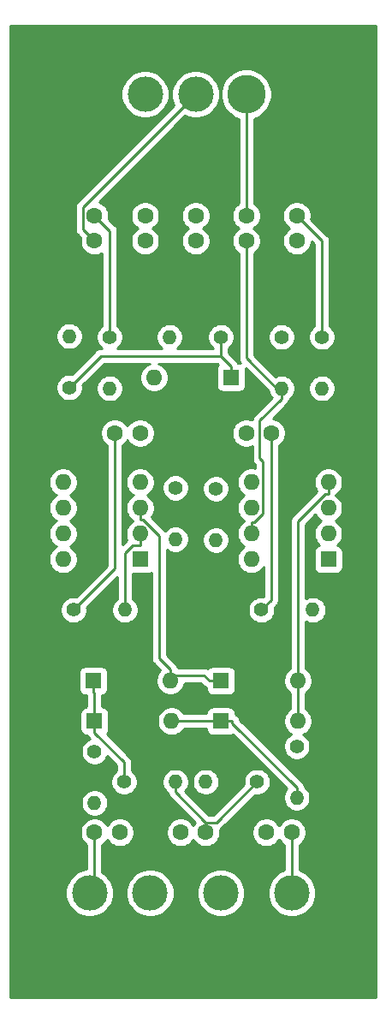
<source format=gbr>
%TF.GenerationSoftware,KiCad,Pcbnew,5.1.10*%
%TF.CreationDate,2021-06-21T21:41:51+02:00*%
%TF.ProjectId,double-gain,646f7562-6c65-42d6-9761-696e2e6b6963,rev?*%
%TF.SameCoordinates,Original*%
%TF.FileFunction,Copper,L1,Top*%
%TF.FilePolarity,Positive*%
%FSLAX46Y46*%
G04 Gerber Fmt 4.6, Leading zero omitted, Abs format (unit mm)*
G04 Created by KiCad (PCBNEW 5.1.10) date 2021-06-21 21:41:51*
%MOMM*%
%LPD*%
G01*
G04 APERTURE LIST*
%TA.AperFunction,ComponentPad*%
%ADD10O,1.600000X1.600000*%
%TD*%
%TA.AperFunction,ComponentPad*%
%ADD11R,1.600000X1.600000*%
%TD*%
%TA.AperFunction,ComponentPad*%
%ADD12C,1.600000*%
%TD*%
%TA.AperFunction,ComponentPad*%
%ADD13C,3.500000*%
%TD*%
%TA.AperFunction,ComponentPad*%
%ADD14C,3.800000*%
%TD*%
%TA.AperFunction,ComponentPad*%
%ADD15O,1.400000X1.400000*%
%TD*%
%TA.AperFunction,ComponentPad*%
%ADD16C,1.400000*%
%TD*%
%TA.AperFunction,ViaPad*%
%ADD17C,0.800000*%
%TD*%
%TA.AperFunction,Conductor*%
%ADD18C,0.250000*%
%TD*%
%TA.AperFunction,Conductor*%
%ADD19C,0.254000*%
%TD*%
%TA.AperFunction,Conductor*%
%ADD20C,0.100000*%
%TD*%
G04 APERTURE END LIST*
D10*
%TO.P,U2,8*%
%TO.N,Net-(U2-Pad8)*%
X62000000Y-86000000D03*
%TO.P,U2,4*%
%TO.N,V-*%
X69620000Y-78380000D03*
%TO.P,U2,7*%
%TO.N,VCC*%
X62000000Y-83460000D03*
%TO.P,U2,3*%
%TO.N,ind*%
X69620000Y-80920000D03*
%TO.P,U2,6*%
%TO.N,Net-(R13-Pad1)*%
X62000000Y-80920000D03*
%TO.P,U2,2*%
%TO.N,Net-(R12-Pad2)*%
X69620000Y-83460000D03*
%TO.P,U2,5*%
%TO.N,Net-(U2-Pad5)*%
X62000000Y-78380000D03*
D11*
%TO.P,U2,1*%
%TO.N,Net-(U2-Pad1)*%
X69620000Y-86000000D03*
%TD*%
D12*
%TO.P,C1,2*%
%TO.N,V-*%
X61500000Y-52000000D03*
%TO.P,C1,1*%
%TO.N,VCC*%
X61500000Y-54500000D03*
%TD*%
%TO.P,C2,1*%
%TO.N,VCC*%
X56500000Y-54500000D03*
%TO.P,C2,2*%
%TO.N,V-*%
X56500000Y-52000000D03*
%TD*%
%TO.P,C3,2*%
%TO.N,V-*%
X51500000Y-52000000D03*
%TO.P,C3,1*%
%TO.N,VCC*%
X51500000Y-54500000D03*
%TD*%
%TO.P,C4,1*%
%TO.N,Net-(C4-Pad1)*%
X46500000Y-54500000D03*
%TO.P,C4,2*%
%TO.N,Net-(C4-Pad2)*%
X46500000Y-52000000D03*
%TD*%
%TO.P,C5,2*%
%TO.N,Net-(C5-Pad2)*%
X46500000Y-113000000D03*
%TO.P,C5,1*%
%TO.N,Net-(C5-Pad1)*%
X49000000Y-113000000D03*
%TD*%
%TO.P,C6,1*%
%TO.N,V-*%
X51000000Y-73500000D03*
%TO.P,C6,2*%
%TO.N,Net-(C6-Pad2)*%
X48500000Y-73500000D03*
%TD*%
%TO.P,C7,2*%
%TO.N,Net-(C7-Pad2)*%
X66500000Y-52000000D03*
%TO.P,C7,1*%
%TO.N,Net-(C7-Pad1)*%
X66500000Y-54500000D03*
%TD*%
%TO.P,C8,1*%
%TO.N,Net-(C8-Pad1)*%
X57500000Y-113000000D03*
%TO.P,C8,2*%
%TO.N,V-*%
X55000000Y-113000000D03*
%TD*%
D10*
%TO.P,D1,2*%
%TO.N,V-*%
X52380000Y-68000000D03*
D11*
%TO.P,D1,1*%
%TO.N,Net-(D1-Pad1)*%
X60000000Y-68000000D03*
%TD*%
%TO.P,D2,1*%
%TO.N,VCC*%
X46380000Y-98000000D03*
D10*
%TO.P,D2,2*%
%TO.N,Net-(C5-Pad1)*%
X54000000Y-98000000D03*
%TD*%
D11*
%TO.P,D3,1*%
%TO.N,Net-(C5-Pad1)*%
X59000000Y-98000000D03*
D10*
%TO.P,D3,2*%
%TO.N,V-*%
X66620000Y-98000000D03*
%TD*%
D13*
%TO.P,J1,1*%
%TO.N,Net-(C5-Pad2)*%
X46000000Y-119000000D03*
%TD*%
%TO.P,J2,1*%
%TO.N,Net-(C4-Pad1)*%
X56500000Y-40000000D03*
%TD*%
%TO.P,J3,1*%
%TO.N,V-*%
X52000000Y-119000000D03*
%TD*%
%TO.P,J4,1*%
%TO.N,Net-(C7-Pad1)*%
X51500000Y-40000000D03*
%TD*%
D14*
%TO.P,J5,1*%
%TO.N,V-*%
X61500000Y-40000000D03*
%TD*%
D13*
%TO.P,J6,1*%
%TO.N,Earth*%
X42500000Y-125000000D03*
%TD*%
%TO.P,J7,1*%
%TO.N,Earth*%
X70000000Y-37500000D03*
%TD*%
%TO.P,J8,1*%
%TO.N,Earth*%
X42500000Y-37500000D03*
%TD*%
%TO.P,J9,1*%
%TO.N,Earth*%
X70000000Y-125000000D03*
%TD*%
D15*
%TO.P,R1,2*%
%TO.N,VCC*%
X65000000Y-69080000D03*
D16*
%TO.P,R1,1*%
%TO.N,Net-(D1-Pad1)*%
X65000000Y-64000000D03*
%TD*%
D15*
%TO.P,R2,2*%
%TO.N,Net-(R2-Pad2)*%
X54500000Y-84000000D03*
D16*
%TO.P,R2,1*%
%TO.N,Net-(R2-Pad1)*%
X54500000Y-78920000D03*
%TD*%
%TO.P,R3,1*%
%TO.N,Net-(D1-Pad1)*%
X44000000Y-69000000D03*
D15*
%TO.P,R3,2*%
%TO.N,Net-(C4-Pad1)*%
X44000000Y-63920000D03*
%TD*%
%TO.P,R4,2*%
%TO.N,Net-(C7-Pad1)*%
X53920000Y-64000000D03*
D16*
%TO.P,R4,1*%
%TO.N,Net-(D1-Pad1)*%
X59000000Y-64000000D03*
%TD*%
%TO.P,R5,1*%
%TO.N,Net-(C4-Pad2)*%
X48000000Y-64000000D03*
D15*
%TO.P,R5,2*%
%TO.N,Net-(R2-Pad1)*%
X48000000Y-69080000D03*
%TD*%
%TO.P,R6,2*%
%TO.N,Net-(C8-Pad1)*%
X54500000Y-108000000D03*
D16*
%TO.P,R6,1*%
%TO.N,VCC*%
X49420000Y-108000000D03*
%TD*%
D15*
%TO.P,R7,2*%
%TO.N,Net-(C5-Pad1)*%
X46500000Y-110080000D03*
D16*
%TO.P,R7,1*%
%TO.N,Net-(C8-Pad1)*%
X46500000Y-105000000D03*
%TD*%
%TO.P,R8,1*%
%TO.N,Net-(C7-Pad2)*%
X69000000Y-64000000D03*
D15*
%TO.P,R8,2*%
%TO.N,Net-(R13-Pad1)*%
X69000000Y-69080000D03*
%TD*%
D16*
%TO.P,R9,1*%
%TO.N,Net-(C6-Pad2)*%
X44420000Y-91000000D03*
D15*
%TO.P,R9,2*%
%TO.N,Net-(R2-Pad2)*%
X49500000Y-91000000D03*
%TD*%
D16*
%TO.P,R10,1*%
%TO.N,Net-(C8-Pad1)*%
X62580000Y-108000000D03*
D15*
%TO.P,R10,2*%
%TO.N,V-*%
X57500000Y-108000000D03*
%TD*%
D11*
%TO.P,U1,1*%
%TO.N,Net-(U1-Pad1)*%
X51000000Y-86000000D03*
D10*
%TO.P,U1,5*%
%TO.N,Net-(U1-Pad5)*%
X43380000Y-78380000D03*
%TO.P,U1,2*%
%TO.N,Net-(R2-Pad2)*%
X51000000Y-83460000D03*
%TO.P,U1,6*%
%TO.N,Net-(R2-Pad1)*%
X43380000Y-80920000D03*
%TO.P,U1,3*%
%TO.N,Net-(C5-Pad1)*%
X51000000Y-80920000D03*
%TO.P,U1,7*%
%TO.N,VCC*%
X43380000Y-83460000D03*
%TO.P,U1,4*%
%TO.N,V-*%
X51000000Y-78380000D03*
%TO.P,U1,8*%
%TO.N,Net-(U1-Pad8)*%
X43380000Y-86000000D03*
%TD*%
D12*
%TO.P,C9,2*%
%TO.N,Net-(C9-Pad2)*%
X66000000Y-113000000D03*
%TO.P,C9,1*%
%TO.N,ind*%
X63500000Y-113000000D03*
%TD*%
%TO.P,C10,1*%
%TO.N,V-*%
X61500000Y-73500000D03*
%TO.P,C10,2*%
%TO.N,Net-(C10-Pad2)*%
X64000000Y-73500000D03*
%TD*%
D10*
%TO.P,D4,2*%
%TO.N,ind*%
X54120000Y-102000000D03*
D11*
%TO.P,D4,1*%
%TO.N,VCC*%
X46500000Y-102000000D03*
%TD*%
%TO.P,D5,1*%
%TO.N,ind*%
X59000000Y-102000000D03*
D10*
%TO.P,D5,2*%
%TO.N,V-*%
X66620000Y-102000000D03*
%TD*%
D13*
%TO.P,J10,1*%
%TO.N,Net-(C9-Pad2)*%
X66000000Y-119000000D03*
%TD*%
%TO.P,J11,1*%
%TO.N,V-*%
X59000000Y-119000000D03*
%TD*%
D16*
%TO.P,R11,1*%
%TO.N,Net-(C8-Pad1)*%
X66500000Y-104500000D03*
D15*
%TO.P,R11,2*%
%TO.N,ind*%
X66500000Y-109580000D03*
%TD*%
D16*
%TO.P,R12,1*%
%TO.N,Net-(C10-Pad2)*%
X63000000Y-91000000D03*
D15*
%TO.P,R12,2*%
%TO.N,Net-(R12-Pad2)*%
X68080000Y-91000000D03*
%TD*%
%TO.P,R13,2*%
%TO.N,Net-(R12-Pad2)*%
X58500000Y-84080000D03*
D16*
%TO.P,R13,1*%
%TO.N,Net-(R13-Pad1)*%
X58500000Y-79000000D03*
%TD*%
D17*
%TO.N,Earth*%
X56500000Y-75500000D03*
X46500000Y-81000000D03*
X65500000Y-81000000D03*
X69500000Y-89000000D03*
X50000000Y-76000000D03*
X54000000Y-53500000D03*
X59000000Y-53500000D03*
%TD*%
D18*
%TO.N,Net-(C4-Pad1)*%
X46500000Y-54500000D02*
X45334100Y-53334100D01*
X45334100Y-53334100D02*
X45334100Y-51165900D01*
X45334100Y-51165900D02*
X56500000Y-40000000D01*
%TO.N,Net-(C5-Pad2)*%
X46000000Y-119000000D02*
X46500000Y-118500000D01*
X46500000Y-118500000D02*
X46500000Y-113000000D01*
%TO.N,Net-(C6-Pad2)*%
X44420000Y-91000000D02*
X48500000Y-86920000D01*
X48500000Y-86920000D02*
X48500000Y-73500000D01*
%TO.N,Net-(C7-Pad2)*%
X69000000Y-64000000D02*
X69000000Y-54500000D01*
X69000000Y-54500000D02*
X66500000Y-52000000D01*
%TO.N,Net-(D1-Pad1)*%
X59000000Y-65874700D02*
X59000000Y-64000000D01*
X60000000Y-66874700D02*
X59000000Y-65874700D01*
X44000000Y-69000000D02*
X47125300Y-65874700D01*
X47125300Y-65874700D02*
X59000000Y-65874700D01*
X60000000Y-68000000D02*
X60000000Y-66874700D01*
%TO.N,V-*%
X66620000Y-98000000D02*
X66620000Y-82224000D01*
X66620000Y-82224000D02*
X69338700Y-79505300D01*
X69338700Y-79505300D02*
X69620000Y-79505300D01*
X66620000Y-102000000D02*
X66620000Y-98000000D01*
X69620000Y-78380000D02*
X69620000Y-79505300D01*
X61500000Y-40000000D02*
X61500000Y-52000000D01*
%TO.N,VCC*%
X46500000Y-102000000D02*
X46500000Y-103125300D01*
X46500000Y-103125300D02*
X49420000Y-106045300D01*
X49420000Y-106045300D02*
X49420000Y-108000000D01*
X46380000Y-99125300D02*
X46500000Y-99245300D01*
X46500000Y-99245300D02*
X46500000Y-102000000D01*
X65000000Y-69592600D02*
X61500000Y-66092600D01*
X61500000Y-66092600D02*
X61500000Y-54500000D01*
X65000000Y-69592600D02*
X65000000Y-70105300D01*
X65000000Y-69080000D02*
X65000000Y-69592600D01*
X62000000Y-83460000D02*
X62000000Y-82334700D01*
X62000000Y-82334700D02*
X62281300Y-82334700D01*
X62281300Y-82334700D02*
X63125400Y-81490600D01*
X63125400Y-81490600D02*
X63125400Y-76290700D01*
X63125400Y-76290700D02*
X62843800Y-76009100D01*
X62843800Y-76009100D02*
X62843800Y-72261500D01*
X62843800Y-72261500D02*
X65000000Y-70105300D01*
X46380000Y-98000000D02*
X46380000Y-99125300D01*
%TO.N,Net-(C4-Pad2)*%
X48000000Y-64000000D02*
X48000000Y-53500000D01*
X48000000Y-53500000D02*
X46500000Y-52000000D01*
%TO.N,Net-(C5-Pad1)*%
X59000000Y-98000000D02*
X57874700Y-98000000D01*
X54000000Y-97437300D02*
X57312000Y-97437300D01*
X57312000Y-97437300D02*
X57874700Y-98000000D01*
X54000000Y-97437300D02*
X54000000Y-96874700D01*
X54000000Y-98000000D02*
X54000000Y-97437300D01*
X51000000Y-80920000D02*
X51000000Y-82045300D01*
X51000000Y-82045300D02*
X51281400Y-82045300D01*
X51281400Y-82045300D02*
X52874700Y-83638600D01*
X52874700Y-83638600D02*
X52874700Y-95749400D01*
X52874700Y-95749400D02*
X54000000Y-96874700D01*
%TO.N,Net-(C8-Pad1)*%
X57500000Y-112025300D02*
X54500000Y-109025300D01*
X57500000Y-113000000D02*
X57500000Y-112025300D01*
X62580000Y-108000000D02*
X58554700Y-112025300D01*
X58554700Y-112025300D02*
X57500000Y-112025300D01*
X54500000Y-108000000D02*
X54500000Y-109025300D01*
%TO.N,Net-(R2-Pad2)*%
X51000000Y-83460000D02*
X51000000Y-84585300D01*
X49500000Y-91000000D02*
X49500000Y-85382000D01*
X49500000Y-85382000D02*
X50296700Y-84585300D01*
X50296700Y-84585300D02*
X51000000Y-84585300D01*
%TO.N,Net-(C9-Pad2)*%
X66000000Y-119000000D02*
X66000000Y-113000000D01*
%TO.N,ind*%
X59000000Y-102000000D02*
X60125300Y-102000000D01*
X66500000Y-109580000D02*
X66500000Y-108554700D01*
X66500000Y-108554700D02*
X60125300Y-102180000D01*
X60125300Y-102180000D02*
X60125300Y-102000000D01*
X59000000Y-102000000D02*
X55245300Y-102000000D01*
X54120000Y-102000000D02*
X55245300Y-102000000D01*
%TO.N,Net-(C10-Pad2)*%
X63000000Y-91000000D02*
X64000000Y-90000000D01*
X64000000Y-90000000D02*
X64000000Y-73500000D01*
%TD*%
D19*
%TO.N,Earth*%
X74315001Y-129315000D02*
X38185000Y-129315000D01*
X38185000Y-118765098D01*
X43615000Y-118765098D01*
X43615000Y-119234902D01*
X43706654Y-119695679D01*
X43886440Y-120129721D01*
X44147450Y-120520349D01*
X44479651Y-120852550D01*
X44870279Y-121113560D01*
X45304321Y-121293346D01*
X45765098Y-121385000D01*
X46234902Y-121385000D01*
X46695679Y-121293346D01*
X47129721Y-121113560D01*
X47520349Y-120852550D01*
X47852550Y-120520349D01*
X48113560Y-120129721D01*
X48293346Y-119695679D01*
X48385000Y-119234902D01*
X48385000Y-118765098D01*
X49615000Y-118765098D01*
X49615000Y-119234902D01*
X49706654Y-119695679D01*
X49886440Y-120129721D01*
X50147450Y-120520349D01*
X50479651Y-120852550D01*
X50870279Y-121113560D01*
X51304321Y-121293346D01*
X51765098Y-121385000D01*
X52234902Y-121385000D01*
X52695679Y-121293346D01*
X53129721Y-121113560D01*
X53520349Y-120852550D01*
X53852550Y-120520349D01*
X54113560Y-120129721D01*
X54293346Y-119695679D01*
X54385000Y-119234902D01*
X54385000Y-118765098D01*
X56615000Y-118765098D01*
X56615000Y-119234902D01*
X56706654Y-119695679D01*
X56886440Y-120129721D01*
X57147450Y-120520349D01*
X57479651Y-120852550D01*
X57870279Y-121113560D01*
X58304321Y-121293346D01*
X58765098Y-121385000D01*
X59234902Y-121385000D01*
X59695679Y-121293346D01*
X60129721Y-121113560D01*
X60520349Y-120852550D01*
X60852550Y-120520349D01*
X61113560Y-120129721D01*
X61293346Y-119695679D01*
X61385000Y-119234902D01*
X61385000Y-118765098D01*
X61293346Y-118304321D01*
X61113560Y-117870279D01*
X60852550Y-117479651D01*
X60520349Y-117147450D01*
X60129721Y-116886440D01*
X59695679Y-116706654D01*
X59234902Y-116615000D01*
X58765098Y-116615000D01*
X58304321Y-116706654D01*
X57870279Y-116886440D01*
X57479651Y-117147450D01*
X57147450Y-117479651D01*
X56886440Y-117870279D01*
X56706654Y-118304321D01*
X56615000Y-118765098D01*
X54385000Y-118765098D01*
X54293346Y-118304321D01*
X54113560Y-117870279D01*
X53852550Y-117479651D01*
X53520349Y-117147450D01*
X53129721Y-116886440D01*
X52695679Y-116706654D01*
X52234902Y-116615000D01*
X51765098Y-116615000D01*
X51304321Y-116706654D01*
X50870279Y-116886440D01*
X50479651Y-117147450D01*
X50147450Y-117479651D01*
X49886440Y-117870279D01*
X49706654Y-118304321D01*
X49615000Y-118765098D01*
X48385000Y-118765098D01*
X48293346Y-118304321D01*
X48113560Y-117870279D01*
X47852550Y-117479651D01*
X47520349Y-117147450D01*
X47260000Y-116973490D01*
X47260000Y-114218043D01*
X47414759Y-114114637D01*
X47614637Y-113914759D01*
X47750000Y-113712173D01*
X47885363Y-113914759D01*
X48085241Y-114114637D01*
X48320273Y-114271680D01*
X48581426Y-114379853D01*
X48858665Y-114435000D01*
X49141335Y-114435000D01*
X49418574Y-114379853D01*
X49679727Y-114271680D01*
X49914759Y-114114637D01*
X50114637Y-113914759D01*
X50271680Y-113679727D01*
X50379853Y-113418574D01*
X50435000Y-113141335D01*
X50435000Y-112858665D01*
X50379853Y-112581426D01*
X50271680Y-112320273D01*
X50114637Y-112085241D01*
X49914759Y-111885363D01*
X49679727Y-111728320D01*
X49418574Y-111620147D01*
X49141335Y-111565000D01*
X48858665Y-111565000D01*
X48581426Y-111620147D01*
X48320273Y-111728320D01*
X48085241Y-111885363D01*
X47885363Y-112085241D01*
X47750000Y-112287827D01*
X47614637Y-112085241D01*
X47414759Y-111885363D01*
X47179727Y-111728320D01*
X46918574Y-111620147D01*
X46641335Y-111565000D01*
X46358665Y-111565000D01*
X46081426Y-111620147D01*
X45820273Y-111728320D01*
X45585241Y-111885363D01*
X45385363Y-112085241D01*
X45228320Y-112320273D01*
X45120147Y-112581426D01*
X45065000Y-112858665D01*
X45065000Y-113141335D01*
X45120147Y-113418574D01*
X45228320Y-113679727D01*
X45385363Y-113914759D01*
X45585241Y-114114637D01*
X45740001Y-114218044D01*
X45740000Y-116619992D01*
X45304321Y-116706654D01*
X44870279Y-116886440D01*
X44479651Y-117147450D01*
X44147450Y-117479651D01*
X43886440Y-117870279D01*
X43706654Y-118304321D01*
X43615000Y-118765098D01*
X38185000Y-118765098D01*
X38185000Y-109948514D01*
X45165000Y-109948514D01*
X45165000Y-110211486D01*
X45216304Y-110469405D01*
X45316939Y-110712359D01*
X45463038Y-110931013D01*
X45648987Y-111116962D01*
X45867641Y-111263061D01*
X46110595Y-111363696D01*
X46368514Y-111415000D01*
X46631486Y-111415000D01*
X46889405Y-111363696D01*
X47132359Y-111263061D01*
X47351013Y-111116962D01*
X47536962Y-110931013D01*
X47683061Y-110712359D01*
X47783696Y-110469405D01*
X47835000Y-110211486D01*
X47835000Y-109948514D01*
X47783696Y-109690595D01*
X47683061Y-109447641D01*
X47536962Y-109228987D01*
X47351013Y-109043038D01*
X47132359Y-108896939D01*
X46889405Y-108796304D01*
X46631486Y-108745000D01*
X46368514Y-108745000D01*
X46110595Y-108796304D01*
X45867641Y-108896939D01*
X45648987Y-109043038D01*
X45463038Y-109228987D01*
X45316939Y-109447641D01*
X45216304Y-109690595D01*
X45165000Y-109948514D01*
X38185000Y-109948514D01*
X38185000Y-97200000D01*
X44941928Y-97200000D01*
X44941928Y-98800000D01*
X44954188Y-98924482D01*
X44990498Y-99044180D01*
X45049463Y-99154494D01*
X45128815Y-99251185D01*
X45225506Y-99330537D01*
X45335820Y-99389502D01*
X45455518Y-99425812D01*
X45580000Y-99438072D01*
X45685425Y-99438072D01*
X45740000Y-99540173D01*
X45740000Y-100561928D01*
X45700000Y-100561928D01*
X45575518Y-100574188D01*
X45455820Y-100610498D01*
X45345506Y-100669463D01*
X45248815Y-100748815D01*
X45169463Y-100845506D01*
X45110498Y-100955820D01*
X45074188Y-101075518D01*
X45061928Y-101200000D01*
X45061928Y-102800000D01*
X45074188Y-102924482D01*
X45110498Y-103044180D01*
X45169463Y-103154494D01*
X45248815Y-103251185D01*
X45345506Y-103330537D01*
X45455820Y-103389502D01*
X45575518Y-103425812D01*
X45700000Y-103438072D01*
X45805425Y-103438072D01*
X45865026Y-103549576D01*
X45936201Y-103636302D01*
X45960000Y-103665301D01*
X45988998Y-103689099D01*
X46043850Y-103743951D01*
X45867641Y-103816939D01*
X45648987Y-103963038D01*
X45463038Y-104148987D01*
X45316939Y-104367641D01*
X45216304Y-104610595D01*
X45165000Y-104868514D01*
X45165000Y-105131486D01*
X45216304Y-105389405D01*
X45316939Y-105632359D01*
X45463038Y-105851013D01*
X45648987Y-106036962D01*
X45867641Y-106183061D01*
X46110595Y-106283696D01*
X46368514Y-106335000D01*
X46631486Y-106335000D01*
X46889405Y-106283696D01*
X47132359Y-106183061D01*
X47351013Y-106036962D01*
X47536962Y-105851013D01*
X47683061Y-105632359D01*
X47756049Y-105456151D01*
X48660000Y-106360102D01*
X48660000Y-106902225D01*
X48568987Y-106963038D01*
X48383038Y-107148987D01*
X48236939Y-107367641D01*
X48136304Y-107610595D01*
X48085000Y-107868514D01*
X48085000Y-108131486D01*
X48136304Y-108389405D01*
X48236939Y-108632359D01*
X48383038Y-108851013D01*
X48568987Y-109036962D01*
X48787641Y-109183061D01*
X49030595Y-109283696D01*
X49288514Y-109335000D01*
X49551486Y-109335000D01*
X49809405Y-109283696D01*
X50052359Y-109183061D01*
X50271013Y-109036962D01*
X50456962Y-108851013D01*
X50603061Y-108632359D01*
X50703696Y-108389405D01*
X50755000Y-108131486D01*
X50755000Y-107868514D01*
X53165000Y-107868514D01*
X53165000Y-108131486D01*
X53216304Y-108389405D01*
X53316939Y-108632359D01*
X53463038Y-108851013D01*
X53648987Y-109036962D01*
X53743706Y-109100251D01*
X53750998Y-109174285D01*
X53794454Y-109317546D01*
X53865026Y-109449576D01*
X53936201Y-109536302D01*
X53960000Y-109565301D01*
X53988998Y-109589099D01*
X56435251Y-112035353D01*
X56385363Y-112085241D01*
X56250000Y-112287827D01*
X56114637Y-112085241D01*
X55914759Y-111885363D01*
X55679727Y-111728320D01*
X55418574Y-111620147D01*
X55141335Y-111565000D01*
X54858665Y-111565000D01*
X54581426Y-111620147D01*
X54320273Y-111728320D01*
X54085241Y-111885363D01*
X53885363Y-112085241D01*
X53728320Y-112320273D01*
X53620147Y-112581426D01*
X53565000Y-112858665D01*
X53565000Y-113141335D01*
X53620147Y-113418574D01*
X53728320Y-113679727D01*
X53885363Y-113914759D01*
X54085241Y-114114637D01*
X54320273Y-114271680D01*
X54581426Y-114379853D01*
X54858665Y-114435000D01*
X55141335Y-114435000D01*
X55418574Y-114379853D01*
X55679727Y-114271680D01*
X55914759Y-114114637D01*
X56114637Y-113914759D01*
X56250000Y-113712173D01*
X56385363Y-113914759D01*
X56585241Y-114114637D01*
X56820273Y-114271680D01*
X57081426Y-114379853D01*
X57358665Y-114435000D01*
X57641335Y-114435000D01*
X57918574Y-114379853D01*
X58179727Y-114271680D01*
X58414759Y-114114637D01*
X58614637Y-113914759D01*
X58771680Y-113679727D01*
X58879853Y-113418574D01*
X58935000Y-113141335D01*
X58935000Y-112858665D01*
X62065000Y-112858665D01*
X62065000Y-113141335D01*
X62120147Y-113418574D01*
X62228320Y-113679727D01*
X62385363Y-113914759D01*
X62585241Y-114114637D01*
X62820273Y-114271680D01*
X63081426Y-114379853D01*
X63358665Y-114435000D01*
X63641335Y-114435000D01*
X63918574Y-114379853D01*
X64179727Y-114271680D01*
X64414759Y-114114637D01*
X64614637Y-113914759D01*
X64750000Y-113712173D01*
X64885363Y-113914759D01*
X65085241Y-114114637D01*
X65240001Y-114218044D01*
X65240000Y-116733296D01*
X64870279Y-116886440D01*
X64479651Y-117147450D01*
X64147450Y-117479651D01*
X63886440Y-117870279D01*
X63706654Y-118304321D01*
X63615000Y-118765098D01*
X63615000Y-119234902D01*
X63706654Y-119695679D01*
X63886440Y-120129721D01*
X64147450Y-120520349D01*
X64479651Y-120852550D01*
X64870279Y-121113560D01*
X65304321Y-121293346D01*
X65765098Y-121385000D01*
X66234902Y-121385000D01*
X66695679Y-121293346D01*
X67129721Y-121113560D01*
X67520349Y-120852550D01*
X67852550Y-120520349D01*
X68113560Y-120129721D01*
X68293346Y-119695679D01*
X68385000Y-119234902D01*
X68385000Y-118765098D01*
X68293346Y-118304321D01*
X68113560Y-117870279D01*
X67852550Y-117479651D01*
X67520349Y-117147450D01*
X67129721Y-116886440D01*
X66760000Y-116733297D01*
X66760000Y-114218043D01*
X66914759Y-114114637D01*
X67114637Y-113914759D01*
X67271680Y-113679727D01*
X67379853Y-113418574D01*
X67435000Y-113141335D01*
X67435000Y-112858665D01*
X67379853Y-112581426D01*
X67271680Y-112320273D01*
X67114637Y-112085241D01*
X66914759Y-111885363D01*
X66679727Y-111728320D01*
X66418574Y-111620147D01*
X66141335Y-111565000D01*
X65858665Y-111565000D01*
X65581426Y-111620147D01*
X65320273Y-111728320D01*
X65085241Y-111885363D01*
X64885363Y-112085241D01*
X64750000Y-112287827D01*
X64614637Y-112085241D01*
X64414759Y-111885363D01*
X64179727Y-111728320D01*
X63918574Y-111620147D01*
X63641335Y-111565000D01*
X63358665Y-111565000D01*
X63081426Y-111620147D01*
X62820273Y-111728320D01*
X62585241Y-111885363D01*
X62385363Y-112085241D01*
X62228320Y-112320273D01*
X62120147Y-112581426D01*
X62065000Y-112858665D01*
X58935000Y-112858665D01*
X58903556Y-112700587D01*
X58978976Y-112660274D01*
X59094701Y-112565301D01*
X59118504Y-112536297D01*
X62341157Y-109313645D01*
X62448514Y-109335000D01*
X62711486Y-109335000D01*
X62969405Y-109283696D01*
X63212359Y-109183061D01*
X63431013Y-109036962D01*
X63616962Y-108851013D01*
X63763061Y-108632359D01*
X63863696Y-108389405D01*
X63915000Y-108131486D01*
X63915000Y-107868514D01*
X63863696Y-107610595D01*
X63763061Y-107367641D01*
X63616962Y-107148987D01*
X63431013Y-106963038D01*
X63212359Y-106816939D01*
X62969405Y-106716304D01*
X62711486Y-106665000D01*
X62448514Y-106665000D01*
X62190595Y-106716304D01*
X61947641Y-106816939D01*
X61728987Y-106963038D01*
X61543038Y-107148987D01*
X61396939Y-107367641D01*
X61296304Y-107610595D01*
X61245000Y-107868514D01*
X61245000Y-108131486D01*
X61266355Y-108238843D01*
X58239899Y-111265300D01*
X57814802Y-111265300D01*
X55468738Y-108919237D01*
X55536962Y-108851013D01*
X55683061Y-108632359D01*
X55783696Y-108389405D01*
X55835000Y-108131486D01*
X55835000Y-107868514D01*
X56165000Y-107868514D01*
X56165000Y-108131486D01*
X56216304Y-108389405D01*
X56316939Y-108632359D01*
X56463038Y-108851013D01*
X56648987Y-109036962D01*
X56867641Y-109183061D01*
X57110595Y-109283696D01*
X57368514Y-109335000D01*
X57631486Y-109335000D01*
X57889405Y-109283696D01*
X58132359Y-109183061D01*
X58351013Y-109036962D01*
X58536962Y-108851013D01*
X58683061Y-108632359D01*
X58783696Y-108389405D01*
X58835000Y-108131486D01*
X58835000Y-107868514D01*
X58783696Y-107610595D01*
X58683061Y-107367641D01*
X58536962Y-107148987D01*
X58351013Y-106963038D01*
X58132359Y-106816939D01*
X57889405Y-106716304D01*
X57631486Y-106665000D01*
X57368514Y-106665000D01*
X57110595Y-106716304D01*
X56867641Y-106816939D01*
X56648987Y-106963038D01*
X56463038Y-107148987D01*
X56316939Y-107367641D01*
X56216304Y-107610595D01*
X56165000Y-107868514D01*
X55835000Y-107868514D01*
X55783696Y-107610595D01*
X55683061Y-107367641D01*
X55536962Y-107148987D01*
X55351013Y-106963038D01*
X55132359Y-106816939D01*
X54889405Y-106716304D01*
X54631486Y-106665000D01*
X54368514Y-106665000D01*
X54110595Y-106716304D01*
X53867641Y-106816939D01*
X53648987Y-106963038D01*
X53463038Y-107148987D01*
X53316939Y-107367641D01*
X53216304Y-107610595D01*
X53165000Y-107868514D01*
X50755000Y-107868514D01*
X50703696Y-107610595D01*
X50603061Y-107367641D01*
X50456962Y-107148987D01*
X50271013Y-106963038D01*
X50180000Y-106902225D01*
X50180000Y-106082633D01*
X50183677Y-106045300D01*
X50169003Y-105896314D01*
X50125546Y-105753053D01*
X50054974Y-105621024D01*
X49983799Y-105534297D01*
X49960001Y-105505299D01*
X49931004Y-105481502D01*
X47723449Y-103273947D01*
X47751185Y-103251185D01*
X47830537Y-103154494D01*
X47889502Y-103044180D01*
X47925812Y-102924482D01*
X47938072Y-102800000D01*
X47938072Y-101858665D01*
X52685000Y-101858665D01*
X52685000Y-102141335D01*
X52740147Y-102418574D01*
X52848320Y-102679727D01*
X53005363Y-102914759D01*
X53205241Y-103114637D01*
X53440273Y-103271680D01*
X53701426Y-103379853D01*
X53978665Y-103435000D01*
X54261335Y-103435000D01*
X54538574Y-103379853D01*
X54799727Y-103271680D01*
X55034759Y-103114637D01*
X55234637Y-102914759D01*
X55338043Y-102760000D01*
X57561928Y-102760000D01*
X57561928Y-102800000D01*
X57574188Y-102924482D01*
X57610498Y-103044180D01*
X57669463Y-103154494D01*
X57748815Y-103251185D01*
X57845506Y-103330537D01*
X57955820Y-103389502D01*
X58075518Y-103425812D01*
X58200000Y-103438072D01*
X59800000Y-103438072D01*
X59924482Y-103425812D01*
X60044180Y-103389502D01*
X60154494Y-103330537D01*
X60180057Y-103309558D01*
X65531262Y-108660763D01*
X65463038Y-108728987D01*
X65316939Y-108947641D01*
X65216304Y-109190595D01*
X65165000Y-109448514D01*
X65165000Y-109711486D01*
X65216304Y-109969405D01*
X65316939Y-110212359D01*
X65463038Y-110431013D01*
X65648987Y-110616962D01*
X65867641Y-110763061D01*
X66110595Y-110863696D01*
X66368514Y-110915000D01*
X66631486Y-110915000D01*
X66889405Y-110863696D01*
X67132359Y-110763061D01*
X67351013Y-110616962D01*
X67536962Y-110431013D01*
X67683061Y-110212359D01*
X67783696Y-109969405D01*
X67835000Y-109711486D01*
X67835000Y-109448514D01*
X67783696Y-109190595D01*
X67683061Y-108947641D01*
X67536962Y-108728987D01*
X67351013Y-108543038D01*
X67256295Y-108479750D01*
X67249003Y-108405714D01*
X67205546Y-108262453D01*
X67134974Y-108130424D01*
X67040001Y-108014699D01*
X67011003Y-107990901D01*
X63388616Y-104368514D01*
X65165000Y-104368514D01*
X65165000Y-104631486D01*
X65216304Y-104889405D01*
X65316939Y-105132359D01*
X65463038Y-105351013D01*
X65648987Y-105536962D01*
X65867641Y-105683061D01*
X66110595Y-105783696D01*
X66368514Y-105835000D01*
X66631486Y-105835000D01*
X66889405Y-105783696D01*
X67132359Y-105683061D01*
X67351013Y-105536962D01*
X67536962Y-105351013D01*
X67683061Y-105132359D01*
X67783696Y-104889405D01*
X67835000Y-104631486D01*
X67835000Y-104368514D01*
X67783696Y-104110595D01*
X67683061Y-103867641D01*
X67536962Y-103648987D01*
X67351013Y-103463038D01*
X67154594Y-103331796D01*
X67299727Y-103271680D01*
X67534759Y-103114637D01*
X67734637Y-102914759D01*
X67891680Y-102679727D01*
X67999853Y-102418574D01*
X68055000Y-102141335D01*
X68055000Y-101858665D01*
X67999853Y-101581426D01*
X67891680Y-101320273D01*
X67734637Y-101085241D01*
X67534759Y-100885363D01*
X67380000Y-100781957D01*
X67380000Y-99218043D01*
X67534759Y-99114637D01*
X67734637Y-98914759D01*
X67891680Y-98679727D01*
X67999853Y-98418574D01*
X68055000Y-98141335D01*
X68055000Y-97858665D01*
X67999853Y-97581426D01*
X67891680Y-97320273D01*
X67734637Y-97085241D01*
X67534759Y-96885363D01*
X67380000Y-96781957D01*
X67380000Y-92137865D01*
X67447641Y-92183061D01*
X67690595Y-92283696D01*
X67948514Y-92335000D01*
X68211486Y-92335000D01*
X68469405Y-92283696D01*
X68712359Y-92183061D01*
X68931013Y-92036962D01*
X69116962Y-91851013D01*
X69263061Y-91632359D01*
X69363696Y-91389405D01*
X69415000Y-91131486D01*
X69415000Y-90868514D01*
X69363696Y-90610595D01*
X69263061Y-90367641D01*
X69116962Y-90148987D01*
X68931013Y-89963038D01*
X68712359Y-89816939D01*
X68469405Y-89716304D01*
X68211486Y-89665000D01*
X67948514Y-89665000D01*
X67690595Y-89716304D01*
X67447641Y-89816939D01*
X67380000Y-89862135D01*
X67380000Y-82538801D01*
X68339754Y-81579048D01*
X68348320Y-81599727D01*
X68505363Y-81834759D01*
X68705241Y-82034637D01*
X68937759Y-82190000D01*
X68705241Y-82345363D01*
X68505363Y-82545241D01*
X68348320Y-82780273D01*
X68240147Y-83041426D01*
X68185000Y-83318665D01*
X68185000Y-83601335D01*
X68240147Y-83878574D01*
X68348320Y-84139727D01*
X68505363Y-84374759D01*
X68703961Y-84573357D01*
X68695518Y-84574188D01*
X68575820Y-84610498D01*
X68465506Y-84669463D01*
X68368815Y-84748815D01*
X68289463Y-84845506D01*
X68230498Y-84955820D01*
X68194188Y-85075518D01*
X68181928Y-85200000D01*
X68181928Y-86800000D01*
X68194188Y-86924482D01*
X68230498Y-87044180D01*
X68289463Y-87154494D01*
X68368815Y-87251185D01*
X68465506Y-87330537D01*
X68575820Y-87389502D01*
X68695518Y-87425812D01*
X68820000Y-87438072D01*
X70420000Y-87438072D01*
X70544482Y-87425812D01*
X70664180Y-87389502D01*
X70774494Y-87330537D01*
X70871185Y-87251185D01*
X70950537Y-87154494D01*
X71009502Y-87044180D01*
X71045812Y-86924482D01*
X71058072Y-86800000D01*
X71058072Y-85200000D01*
X71045812Y-85075518D01*
X71009502Y-84955820D01*
X70950537Y-84845506D01*
X70871185Y-84748815D01*
X70774494Y-84669463D01*
X70664180Y-84610498D01*
X70544482Y-84574188D01*
X70536039Y-84573357D01*
X70734637Y-84374759D01*
X70891680Y-84139727D01*
X70999853Y-83878574D01*
X71055000Y-83601335D01*
X71055000Y-83318665D01*
X70999853Y-83041426D01*
X70891680Y-82780273D01*
X70734637Y-82545241D01*
X70534759Y-82345363D01*
X70302241Y-82190000D01*
X70534759Y-82034637D01*
X70734637Y-81834759D01*
X70891680Y-81599727D01*
X70999853Y-81338574D01*
X71055000Y-81061335D01*
X71055000Y-80778665D01*
X70999853Y-80501426D01*
X70891680Y-80240273D01*
X70734637Y-80005241D01*
X70534759Y-79805363D01*
X70358833Y-79687813D01*
X70369003Y-79654286D01*
X70374158Y-79601947D01*
X70534759Y-79494637D01*
X70734637Y-79294759D01*
X70891680Y-79059727D01*
X70999853Y-78798574D01*
X71055000Y-78521335D01*
X71055000Y-78238665D01*
X70999853Y-77961426D01*
X70891680Y-77700273D01*
X70734637Y-77465241D01*
X70534759Y-77265363D01*
X70299727Y-77108320D01*
X70038574Y-77000147D01*
X69761335Y-76945000D01*
X69478665Y-76945000D01*
X69201426Y-77000147D01*
X68940273Y-77108320D01*
X68705241Y-77265363D01*
X68505363Y-77465241D01*
X68348320Y-77700273D01*
X68240147Y-77961426D01*
X68185000Y-78238665D01*
X68185000Y-78521335D01*
X68240147Y-78798574D01*
X68348320Y-79059727D01*
X68492976Y-79276221D01*
X66108998Y-81660201D01*
X66080000Y-81683999D01*
X66056202Y-81712997D01*
X66056201Y-81712998D01*
X65985026Y-81799724D01*
X65914454Y-81931754D01*
X65886169Y-82025000D01*
X65870998Y-82075014D01*
X65870248Y-82082633D01*
X65856324Y-82224000D01*
X65860001Y-82261333D01*
X65860000Y-96781957D01*
X65705241Y-96885363D01*
X65505363Y-97085241D01*
X65348320Y-97320273D01*
X65240147Y-97581426D01*
X65185000Y-97858665D01*
X65185000Y-98141335D01*
X65240147Y-98418574D01*
X65348320Y-98679727D01*
X65505363Y-98914759D01*
X65705241Y-99114637D01*
X65860001Y-99218044D01*
X65860000Y-100781956D01*
X65705241Y-100885363D01*
X65505363Y-101085241D01*
X65348320Y-101320273D01*
X65240147Y-101581426D01*
X65185000Y-101858665D01*
X65185000Y-102141335D01*
X65240147Y-102418574D01*
X65348320Y-102679727D01*
X65505363Y-102914759D01*
X65705241Y-103114637D01*
X65940273Y-103271680D01*
X65958589Y-103279267D01*
X65867641Y-103316939D01*
X65648987Y-103463038D01*
X65463038Y-103648987D01*
X65316939Y-103867641D01*
X65216304Y-104110595D01*
X65165000Y-104368514D01*
X63388616Y-104368514D01*
X60874651Y-101854550D01*
X60874303Y-101851014D01*
X60830846Y-101707753D01*
X60760274Y-101575724D01*
X60665301Y-101459999D01*
X60549576Y-101365026D01*
X60438072Y-101305425D01*
X60438072Y-101200000D01*
X60425812Y-101075518D01*
X60389502Y-100955820D01*
X60330537Y-100845506D01*
X60251185Y-100748815D01*
X60154494Y-100669463D01*
X60044180Y-100610498D01*
X59924482Y-100574188D01*
X59800000Y-100561928D01*
X58200000Y-100561928D01*
X58075518Y-100574188D01*
X57955820Y-100610498D01*
X57845506Y-100669463D01*
X57748815Y-100748815D01*
X57669463Y-100845506D01*
X57610498Y-100955820D01*
X57574188Y-101075518D01*
X57561928Y-101200000D01*
X57561928Y-101240000D01*
X55338043Y-101240000D01*
X55234637Y-101085241D01*
X55034759Y-100885363D01*
X54799727Y-100728320D01*
X54538574Y-100620147D01*
X54261335Y-100565000D01*
X53978665Y-100565000D01*
X53701426Y-100620147D01*
X53440273Y-100728320D01*
X53205241Y-100885363D01*
X53005363Y-101085241D01*
X52848320Y-101320273D01*
X52740147Y-101581426D01*
X52685000Y-101858665D01*
X47938072Y-101858665D01*
X47938072Y-101200000D01*
X47925812Y-101075518D01*
X47889502Y-100955820D01*
X47830537Y-100845506D01*
X47751185Y-100748815D01*
X47654494Y-100669463D01*
X47544180Y-100610498D01*
X47424482Y-100574188D01*
X47300000Y-100561928D01*
X47260000Y-100561928D01*
X47260000Y-99430193D01*
X47304482Y-99425812D01*
X47424180Y-99389502D01*
X47534494Y-99330537D01*
X47631185Y-99251185D01*
X47710537Y-99154494D01*
X47769502Y-99044180D01*
X47805812Y-98924482D01*
X47818072Y-98800000D01*
X47818072Y-97200000D01*
X47805812Y-97075518D01*
X47769502Y-96955820D01*
X47710537Y-96845506D01*
X47631185Y-96748815D01*
X47534494Y-96669463D01*
X47424180Y-96610498D01*
X47304482Y-96574188D01*
X47180000Y-96561928D01*
X45580000Y-96561928D01*
X45455518Y-96574188D01*
X45335820Y-96610498D01*
X45225506Y-96669463D01*
X45128815Y-96748815D01*
X45049463Y-96845506D01*
X44990498Y-96955820D01*
X44954188Y-97075518D01*
X44941928Y-97200000D01*
X38185000Y-97200000D01*
X38185000Y-90868514D01*
X43085000Y-90868514D01*
X43085000Y-91131486D01*
X43136304Y-91389405D01*
X43236939Y-91632359D01*
X43383038Y-91851013D01*
X43568987Y-92036962D01*
X43787641Y-92183061D01*
X44030595Y-92283696D01*
X44288514Y-92335000D01*
X44551486Y-92335000D01*
X44809405Y-92283696D01*
X45052359Y-92183061D01*
X45271013Y-92036962D01*
X45456962Y-91851013D01*
X45603061Y-91632359D01*
X45703696Y-91389405D01*
X45755000Y-91131486D01*
X45755000Y-90868514D01*
X45733645Y-90761156D01*
X48740001Y-87754801D01*
X48740000Y-89902225D01*
X48648987Y-89963038D01*
X48463038Y-90148987D01*
X48316939Y-90367641D01*
X48216304Y-90610595D01*
X48165000Y-90868514D01*
X48165000Y-91131486D01*
X48216304Y-91389405D01*
X48316939Y-91632359D01*
X48463038Y-91851013D01*
X48648987Y-92036962D01*
X48867641Y-92183061D01*
X49110595Y-92283696D01*
X49368514Y-92335000D01*
X49631486Y-92335000D01*
X49889405Y-92283696D01*
X50132359Y-92183061D01*
X50351013Y-92036962D01*
X50536962Y-91851013D01*
X50683061Y-91632359D01*
X50783696Y-91389405D01*
X50835000Y-91131486D01*
X50835000Y-90868514D01*
X50783696Y-90610595D01*
X50683061Y-90367641D01*
X50536962Y-90148987D01*
X50351013Y-89963038D01*
X50260000Y-89902225D01*
X50260000Y-87438072D01*
X51800000Y-87438072D01*
X51924482Y-87425812D01*
X52044180Y-87389502D01*
X52114700Y-87351808D01*
X52114701Y-95712068D01*
X52111024Y-95749400D01*
X52125698Y-95898385D01*
X52169154Y-96041646D01*
X52239726Y-96173676D01*
X52310901Y-96260402D01*
X52334700Y-96289401D01*
X52363698Y-96313199D01*
X53010551Y-96960053D01*
X52885363Y-97085241D01*
X52728320Y-97320273D01*
X52620147Y-97581426D01*
X52565000Y-97858665D01*
X52565000Y-98141335D01*
X52620147Y-98418574D01*
X52728320Y-98679727D01*
X52885363Y-98914759D01*
X53085241Y-99114637D01*
X53320273Y-99271680D01*
X53581426Y-99379853D01*
X53858665Y-99435000D01*
X54141335Y-99435000D01*
X54418574Y-99379853D01*
X54679727Y-99271680D01*
X54914759Y-99114637D01*
X55114637Y-98914759D01*
X55271680Y-98679727D01*
X55379853Y-98418574D01*
X55423868Y-98197300D01*
X56997199Y-98197300D01*
X57310900Y-98511002D01*
X57334699Y-98540001D01*
X57363697Y-98563799D01*
X57450423Y-98634974D01*
X57561928Y-98694575D01*
X57561928Y-98800000D01*
X57574188Y-98924482D01*
X57610498Y-99044180D01*
X57669463Y-99154494D01*
X57748815Y-99251185D01*
X57845506Y-99330537D01*
X57955820Y-99389502D01*
X58075518Y-99425812D01*
X58200000Y-99438072D01*
X59800000Y-99438072D01*
X59924482Y-99425812D01*
X60044180Y-99389502D01*
X60154494Y-99330537D01*
X60251185Y-99251185D01*
X60330537Y-99154494D01*
X60389502Y-99044180D01*
X60425812Y-98924482D01*
X60438072Y-98800000D01*
X60438072Y-97200000D01*
X60425812Y-97075518D01*
X60389502Y-96955820D01*
X60330537Y-96845506D01*
X60251185Y-96748815D01*
X60154494Y-96669463D01*
X60044180Y-96610498D01*
X59924482Y-96574188D01*
X59800000Y-96561928D01*
X58200000Y-96561928D01*
X58075518Y-96574188D01*
X57955820Y-96610498D01*
X57845506Y-96669463D01*
X57748815Y-96748815D01*
X57714467Y-96790669D01*
X57604247Y-96731754D01*
X57460986Y-96688297D01*
X57349333Y-96677300D01*
X57349322Y-96677300D01*
X57312000Y-96673624D01*
X57274678Y-96677300D01*
X54734317Y-96677300D01*
X54705546Y-96582453D01*
X54634974Y-96450424D01*
X54563799Y-96363697D01*
X54540001Y-96334699D01*
X54511003Y-96310901D01*
X53634700Y-95434599D01*
X53634700Y-85022675D01*
X53648987Y-85036962D01*
X53867641Y-85183061D01*
X54110595Y-85283696D01*
X54368514Y-85335000D01*
X54631486Y-85335000D01*
X54889405Y-85283696D01*
X55132359Y-85183061D01*
X55351013Y-85036962D01*
X55536962Y-84851013D01*
X55683061Y-84632359D01*
X55783696Y-84389405D01*
X55835000Y-84131486D01*
X55835000Y-83948514D01*
X57165000Y-83948514D01*
X57165000Y-84211486D01*
X57216304Y-84469405D01*
X57316939Y-84712359D01*
X57463038Y-84931013D01*
X57648987Y-85116962D01*
X57867641Y-85263061D01*
X58110595Y-85363696D01*
X58368514Y-85415000D01*
X58631486Y-85415000D01*
X58889405Y-85363696D01*
X59132359Y-85263061D01*
X59351013Y-85116962D01*
X59536962Y-84931013D01*
X59683061Y-84712359D01*
X59783696Y-84469405D01*
X59835000Y-84211486D01*
X59835000Y-83948514D01*
X59783696Y-83690595D01*
X59683061Y-83447641D01*
X59536962Y-83228987D01*
X59351013Y-83043038D01*
X59132359Y-82896939D01*
X58889405Y-82796304D01*
X58631486Y-82745000D01*
X58368514Y-82745000D01*
X58110595Y-82796304D01*
X57867641Y-82896939D01*
X57648987Y-83043038D01*
X57463038Y-83228987D01*
X57316939Y-83447641D01*
X57216304Y-83690595D01*
X57165000Y-83948514D01*
X55835000Y-83948514D01*
X55835000Y-83868514D01*
X55783696Y-83610595D01*
X55683061Y-83367641D01*
X55536962Y-83148987D01*
X55351013Y-82963038D01*
X55132359Y-82816939D01*
X54889405Y-82716304D01*
X54631486Y-82665000D01*
X54368514Y-82665000D01*
X54110595Y-82716304D01*
X53867641Y-82816939D01*
X53648987Y-82963038D01*
X53463038Y-83148987D01*
X53459904Y-83153678D01*
X53438499Y-83127596D01*
X53438495Y-83127592D01*
X53414701Y-83098599D01*
X53385709Y-83074806D01*
X52127063Y-81816162D01*
X52271680Y-81599727D01*
X52379853Y-81338574D01*
X52435000Y-81061335D01*
X52435000Y-80778665D01*
X52379853Y-80501426D01*
X52271680Y-80240273D01*
X52114637Y-80005241D01*
X51914759Y-79805363D01*
X51682241Y-79650000D01*
X51914759Y-79494637D01*
X52114637Y-79294759D01*
X52271680Y-79059727D01*
X52379853Y-78798574D01*
X52381854Y-78788514D01*
X53165000Y-78788514D01*
X53165000Y-79051486D01*
X53216304Y-79309405D01*
X53316939Y-79552359D01*
X53463038Y-79771013D01*
X53648987Y-79956962D01*
X53867641Y-80103061D01*
X54110595Y-80203696D01*
X54368514Y-80255000D01*
X54631486Y-80255000D01*
X54889405Y-80203696D01*
X55132359Y-80103061D01*
X55351013Y-79956962D01*
X55536962Y-79771013D01*
X55683061Y-79552359D01*
X55783696Y-79309405D01*
X55835000Y-79051486D01*
X55835000Y-78868514D01*
X57165000Y-78868514D01*
X57165000Y-79131486D01*
X57216304Y-79389405D01*
X57316939Y-79632359D01*
X57463038Y-79851013D01*
X57648987Y-80036962D01*
X57867641Y-80183061D01*
X58110595Y-80283696D01*
X58368514Y-80335000D01*
X58631486Y-80335000D01*
X58889405Y-80283696D01*
X59132359Y-80183061D01*
X59351013Y-80036962D01*
X59536962Y-79851013D01*
X59683061Y-79632359D01*
X59783696Y-79389405D01*
X59835000Y-79131486D01*
X59835000Y-78868514D01*
X59783696Y-78610595D01*
X59683061Y-78367641D01*
X59536962Y-78148987D01*
X59351013Y-77963038D01*
X59132359Y-77816939D01*
X58889405Y-77716304D01*
X58631486Y-77665000D01*
X58368514Y-77665000D01*
X58110595Y-77716304D01*
X57867641Y-77816939D01*
X57648987Y-77963038D01*
X57463038Y-78148987D01*
X57316939Y-78367641D01*
X57216304Y-78610595D01*
X57165000Y-78868514D01*
X55835000Y-78868514D01*
X55835000Y-78788514D01*
X55783696Y-78530595D01*
X55683061Y-78287641D01*
X55536962Y-78068987D01*
X55351013Y-77883038D01*
X55132359Y-77736939D01*
X54889405Y-77636304D01*
X54631486Y-77585000D01*
X54368514Y-77585000D01*
X54110595Y-77636304D01*
X53867641Y-77736939D01*
X53648987Y-77883038D01*
X53463038Y-78068987D01*
X53316939Y-78287641D01*
X53216304Y-78530595D01*
X53165000Y-78788514D01*
X52381854Y-78788514D01*
X52435000Y-78521335D01*
X52435000Y-78238665D01*
X52379853Y-77961426D01*
X52271680Y-77700273D01*
X52114637Y-77465241D01*
X51914759Y-77265363D01*
X51679727Y-77108320D01*
X51418574Y-77000147D01*
X51141335Y-76945000D01*
X50858665Y-76945000D01*
X50581426Y-77000147D01*
X50320273Y-77108320D01*
X50085241Y-77265363D01*
X49885363Y-77465241D01*
X49728320Y-77700273D01*
X49620147Y-77961426D01*
X49565000Y-78238665D01*
X49565000Y-78521335D01*
X49620147Y-78798574D01*
X49728320Y-79059727D01*
X49885363Y-79294759D01*
X50085241Y-79494637D01*
X50317759Y-79650000D01*
X50085241Y-79805363D01*
X49885363Y-80005241D01*
X49728320Y-80240273D01*
X49620147Y-80501426D01*
X49565000Y-80778665D01*
X49565000Y-81061335D01*
X49620147Y-81338574D01*
X49728320Y-81599727D01*
X49885363Y-81834759D01*
X50085241Y-82034637D01*
X50245842Y-82141947D01*
X50250997Y-82194286D01*
X50261167Y-82227813D01*
X50085241Y-82345363D01*
X49885363Y-82545241D01*
X49728320Y-82780273D01*
X49620147Y-83041426D01*
X49565000Y-83318665D01*
X49565000Y-83601335D01*
X49620147Y-83878574D01*
X49710498Y-84096700D01*
X49260000Y-84547199D01*
X49260000Y-74718043D01*
X49414759Y-74614637D01*
X49614637Y-74414759D01*
X49750000Y-74212173D01*
X49885363Y-74414759D01*
X50085241Y-74614637D01*
X50320273Y-74771680D01*
X50581426Y-74879853D01*
X50858665Y-74935000D01*
X51141335Y-74935000D01*
X51418574Y-74879853D01*
X51679727Y-74771680D01*
X51914759Y-74614637D01*
X52114637Y-74414759D01*
X52271680Y-74179727D01*
X52379853Y-73918574D01*
X52435000Y-73641335D01*
X52435000Y-73358665D01*
X52379853Y-73081426D01*
X52271680Y-72820273D01*
X52114637Y-72585241D01*
X51914759Y-72385363D01*
X51679727Y-72228320D01*
X51418574Y-72120147D01*
X51141335Y-72065000D01*
X50858665Y-72065000D01*
X50581426Y-72120147D01*
X50320273Y-72228320D01*
X50085241Y-72385363D01*
X49885363Y-72585241D01*
X49750000Y-72787827D01*
X49614637Y-72585241D01*
X49414759Y-72385363D01*
X49179727Y-72228320D01*
X48918574Y-72120147D01*
X48641335Y-72065000D01*
X48358665Y-72065000D01*
X48081426Y-72120147D01*
X47820273Y-72228320D01*
X47585241Y-72385363D01*
X47385363Y-72585241D01*
X47228320Y-72820273D01*
X47120147Y-73081426D01*
X47065000Y-73358665D01*
X47065000Y-73641335D01*
X47120147Y-73918574D01*
X47228320Y-74179727D01*
X47385363Y-74414759D01*
X47585241Y-74614637D01*
X47740001Y-74718044D01*
X47740000Y-86605198D01*
X44658844Y-89686355D01*
X44551486Y-89665000D01*
X44288514Y-89665000D01*
X44030595Y-89716304D01*
X43787641Y-89816939D01*
X43568987Y-89963038D01*
X43383038Y-90148987D01*
X43236939Y-90367641D01*
X43136304Y-90610595D01*
X43085000Y-90868514D01*
X38185000Y-90868514D01*
X38185000Y-78238665D01*
X41945000Y-78238665D01*
X41945000Y-78521335D01*
X42000147Y-78798574D01*
X42108320Y-79059727D01*
X42265363Y-79294759D01*
X42465241Y-79494637D01*
X42697759Y-79650000D01*
X42465241Y-79805363D01*
X42265363Y-80005241D01*
X42108320Y-80240273D01*
X42000147Y-80501426D01*
X41945000Y-80778665D01*
X41945000Y-81061335D01*
X42000147Y-81338574D01*
X42108320Y-81599727D01*
X42265363Y-81834759D01*
X42465241Y-82034637D01*
X42697759Y-82190000D01*
X42465241Y-82345363D01*
X42265363Y-82545241D01*
X42108320Y-82780273D01*
X42000147Y-83041426D01*
X41945000Y-83318665D01*
X41945000Y-83601335D01*
X42000147Y-83878574D01*
X42108320Y-84139727D01*
X42265363Y-84374759D01*
X42465241Y-84574637D01*
X42697759Y-84730000D01*
X42465241Y-84885363D01*
X42265363Y-85085241D01*
X42108320Y-85320273D01*
X42000147Y-85581426D01*
X41945000Y-85858665D01*
X41945000Y-86141335D01*
X42000147Y-86418574D01*
X42108320Y-86679727D01*
X42265363Y-86914759D01*
X42465241Y-87114637D01*
X42700273Y-87271680D01*
X42961426Y-87379853D01*
X43238665Y-87435000D01*
X43521335Y-87435000D01*
X43798574Y-87379853D01*
X44059727Y-87271680D01*
X44294759Y-87114637D01*
X44494637Y-86914759D01*
X44651680Y-86679727D01*
X44759853Y-86418574D01*
X44815000Y-86141335D01*
X44815000Y-85858665D01*
X44759853Y-85581426D01*
X44651680Y-85320273D01*
X44494637Y-85085241D01*
X44294759Y-84885363D01*
X44062241Y-84730000D01*
X44294759Y-84574637D01*
X44494637Y-84374759D01*
X44651680Y-84139727D01*
X44759853Y-83878574D01*
X44815000Y-83601335D01*
X44815000Y-83318665D01*
X44759853Y-83041426D01*
X44651680Y-82780273D01*
X44494637Y-82545241D01*
X44294759Y-82345363D01*
X44062241Y-82190000D01*
X44294759Y-82034637D01*
X44494637Y-81834759D01*
X44651680Y-81599727D01*
X44759853Y-81338574D01*
X44815000Y-81061335D01*
X44815000Y-80778665D01*
X44759853Y-80501426D01*
X44651680Y-80240273D01*
X44494637Y-80005241D01*
X44294759Y-79805363D01*
X44062241Y-79650000D01*
X44294759Y-79494637D01*
X44494637Y-79294759D01*
X44651680Y-79059727D01*
X44759853Y-78798574D01*
X44815000Y-78521335D01*
X44815000Y-78238665D01*
X44759853Y-77961426D01*
X44651680Y-77700273D01*
X44494637Y-77465241D01*
X44294759Y-77265363D01*
X44059727Y-77108320D01*
X43798574Y-77000147D01*
X43521335Y-76945000D01*
X43238665Y-76945000D01*
X42961426Y-77000147D01*
X42700273Y-77108320D01*
X42465241Y-77265363D01*
X42265363Y-77465241D01*
X42108320Y-77700273D01*
X42000147Y-77961426D01*
X41945000Y-78238665D01*
X38185000Y-78238665D01*
X38185000Y-68868514D01*
X42665000Y-68868514D01*
X42665000Y-69131486D01*
X42716304Y-69389405D01*
X42816939Y-69632359D01*
X42963038Y-69851013D01*
X43148987Y-70036962D01*
X43367641Y-70183061D01*
X43610595Y-70283696D01*
X43868514Y-70335000D01*
X44131486Y-70335000D01*
X44389405Y-70283696D01*
X44632359Y-70183061D01*
X44851013Y-70036962D01*
X45036962Y-69851013D01*
X45183061Y-69632359D01*
X45283696Y-69389405D01*
X45335000Y-69131486D01*
X45335000Y-68948514D01*
X46665000Y-68948514D01*
X46665000Y-69211486D01*
X46716304Y-69469405D01*
X46816939Y-69712359D01*
X46963038Y-69931013D01*
X47148987Y-70116962D01*
X47367641Y-70263061D01*
X47610595Y-70363696D01*
X47868514Y-70415000D01*
X48131486Y-70415000D01*
X48389405Y-70363696D01*
X48632359Y-70263061D01*
X48851013Y-70116962D01*
X49036962Y-69931013D01*
X49183061Y-69712359D01*
X49283696Y-69469405D01*
X49335000Y-69211486D01*
X49335000Y-68948514D01*
X49283696Y-68690595D01*
X49183061Y-68447641D01*
X49036962Y-68228987D01*
X48851013Y-68043038D01*
X48632359Y-67896939D01*
X48389405Y-67796304D01*
X48131486Y-67745000D01*
X47868514Y-67745000D01*
X47610595Y-67796304D01*
X47367641Y-67896939D01*
X47148987Y-68043038D01*
X46963038Y-68228987D01*
X46816939Y-68447641D01*
X46716304Y-68690595D01*
X46665000Y-68948514D01*
X45335000Y-68948514D01*
X45335000Y-68868514D01*
X45313645Y-68761156D01*
X47440102Y-66634700D01*
X51926292Y-66634700D01*
X51700273Y-66728320D01*
X51465241Y-66885363D01*
X51265363Y-67085241D01*
X51108320Y-67320273D01*
X51000147Y-67581426D01*
X50945000Y-67858665D01*
X50945000Y-68141335D01*
X51000147Y-68418574D01*
X51108320Y-68679727D01*
X51265363Y-68914759D01*
X51465241Y-69114637D01*
X51700273Y-69271680D01*
X51961426Y-69379853D01*
X52238665Y-69435000D01*
X52521335Y-69435000D01*
X52798574Y-69379853D01*
X53059727Y-69271680D01*
X53294759Y-69114637D01*
X53494637Y-68914759D01*
X53651680Y-68679727D01*
X53759853Y-68418574D01*
X53815000Y-68141335D01*
X53815000Y-67858665D01*
X53759853Y-67581426D01*
X53651680Y-67320273D01*
X53494637Y-67085241D01*
X53294759Y-66885363D01*
X53059727Y-66728320D01*
X52833708Y-66634700D01*
X58685199Y-66634700D01*
X58776551Y-66726053D01*
X58748815Y-66748815D01*
X58669463Y-66845506D01*
X58610498Y-66955820D01*
X58574188Y-67075518D01*
X58561928Y-67200000D01*
X58561928Y-68800000D01*
X58574188Y-68924482D01*
X58610498Y-69044180D01*
X58669463Y-69154494D01*
X58748815Y-69251185D01*
X58845506Y-69330537D01*
X58955820Y-69389502D01*
X59075518Y-69425812D01*
X59200000Y-69438072D01*
X60800000Y-69438072D01*
X60924482Y-69425812D01*
X61044180Y-69389502D01*
X61154494Y-69330537D01*
X61251185Y-69251185D01*
X61330537Y-69154494D01*
X61389502Y-69044180D01*
X61425812Y-68924482D01*
X61438072Y-68800000D01*
X61438072Y-67200000D01*
X61427745Y-67095146D01*
X63695024Y-69362427D01*
X63716304Y-69469405D01*
X63816939Y-69712359D01*
X63963038Y-69931013D01*
X64031262Y-69999237D01*
X62332798Y-71697701D01*
X62303800Y-71721499D01*
X62280002Y-71750497D01*
X62280001Y-71750498D01*
X62208826Y-71837224D01*
X62138254Y-71969254D01*
X62094798Y-72112515D01*
X62087168Y-72189981D01*
X61918574Y-72120147D01*
X61641335Y-72065000D01*
X61358665Y-72065000D01*
X61081426Y-72120147D01*
X60820273Y-72228320D01*
X60585241Y-72385363D01*
X60385363Y-72585241D01*
X60228320Y-72820273D01*
X60120147Y-73081426D01*
X60065000Y-73358665D01*
X60065000Y-73641335D01*
X60120147Y-73918574D01*
X60228320Y-74179727D01*
X60385363Y-74414759D01*
X60585241Y-74614637D01*
X60820273Y-74771680D01*
X61081426Y-74879853D01*
X61358665Y-74935000D01*
X61641335Y-74935000D01*
X61918574Y-74879853D01*
X62083800Y-74811414D01*
X62083800Y-75971777D01*
X62080124Y-76009100D01*
X62083800Y-76046422D01*
X62083800Y-76046432D01*
X62094797Y-76158085D01*
X62123700Y-76253367D01*
X62138254Y-76301346D01*
X62208826Y-76433376D01*
X62214005Y-76439686D01*
X62303799Y-76549101D01*
X62332803Y-76572904D01*
X62365401Y-76605502D01*
X62365401Y-76989570D01*
X62141335Y-76945000D01*
X61858665Y-76945000D01*
X61581426Y-77000147D01*
X61320273Y-77108320D01*
X61085241Y-77265363D01*
X60885363Y-77465241D01*
X60728320Y-77700273D01*
X60620147Y-77961426D01*
X60565000Y-78238665D01*
X60565000Y-78521335D01*
X60620147Y-78798574D01*
X60728320Y-79059727D01*
X60885363Y-79294759D01*
X61085241Y-79494637D01*
X61317759Y-79650000D01*
X61085241Y-79805363D01*
X60885363Y-80005241D01*
X60728320Y-80240273D01*
X60620147Y-80501426D01*
X60565000Y-80778665D01*
X60565000Y-81061335D01*
X60620147Y-81338574D01*
X60728320Y-81599727D01*
X60885363Y-81834759D01*
X61085241Y-82034637D01*
X61261167Y-82152187D01*
X61250997Y-82185714D01*
X61245842Y-82238053D01*
X61085241Y-82345363D01*
X60885363Y-82545241D01*
X60728320Y-82780273D01*
X60620147Y-83041426D01*
X60565000Y-83318665D01*
X60565000Y-83601335D01*
X60620147Y-83878574D01*
X60728320Y-84139727D01*
X60885363Y-84374759D01*
X61085241Y-84574637D01*
X61317759Y-84730000D01*
X61085241Y-84885363D01*
X60885363Y-85085241D01*
X60728320Y-85320273D01*
X60620147Y-85581426D01*
X60565000Y-85858665D01*
X60565000Y-86141335D01*
X60620147Y-86418574D01*
X60728320Y-86679727D01*
X60885363Y-86914759D01*
X61085241Y-87114637D01*
X61320273Y-87271680D01*
X61581426Y-87379853D01*
X61858665Y-87435000D01*
X62141335Y-87435000D01*
X62418574Y-87379853D01*
X62679727Y-87271680D01*
X62914759Y-87114637D01*
X63114637Y-86914759D01*
X63240000Y-86727139D01*
X63240000Y-89685198D01*
X63238843Y-89686355D01*
X63131486Y-89665000D01*
X62868514Y-89665000D01*
X62610595Y-89716304D01*
X62367641Y-89816939D01*
X62148987Y-89963038D01*
X61963038Y-90148987D01*
X61816939Y-90367641D01*
X61716304Y-90610595D01*
X61665000Y-90868514D01*
X61665000Y-91131486D01*
X61716304Y-91389405D01*
X61816939Y-91632359D01*
X61963038Y-91851013D01*
X62148987Y-92036962D01*
X62367641Y-92183061D01*
X62610595Y-92283696D01*
X62868514Y-92335000D01*
X63131486Y-92335000D01*
X63389405Y-92283696D01*
X63632359Y-92183061D01*
X63851013Y-92036962D01*
X64036962Y-91851013D01*
X64183061Y-91632359D01*
X64283696Y-91389405D01*
X64335000Y-91131486D01*
X64335000Y-90868514D01*
X64313645Y-90761157D01*
X64511004Y-90563798D01*
X64540001Y-90540001D01*
X64634974Y-90424276D01*
X64705546Y-90292247D01*
X64749003Y-90148986D01*
X64760000Y-90037333D01*
X64760000Y-90037332D01*
X64763677Y-90000000D01*
X64760000Y-89962667D01*
X64760000Y-74718043D01*
X64914759Y-74614637D01*
X65114637Y-74414759D01*
X65271680Y-74179727D01*
X65379853Y-73918574D01*
X65435000Y-73641335D01*
X65435000Y-73358665D01*
X65379853Y-73081426D01*
X65271680Y-72820273D01*
X65114637Y-72585241D01*
X64914759Y-72385363D01*
X64679727Y-72228320D01*
X64418574Y-72120147D01*
X64141335Y-72065000D01*
X64115101Y-72065000D01*
X65511003Y-70669099D01*
X65540001Y-70645301D01*
X65634974Y-70529576D01*
X65705546Y-70397547D01*
X65749003Y-70254286D01*
X65756295Y-70180250D01*
X65851013Y-70116962D01*
X66036962Y-69931013D01*
X66183061Y-69712359D01*
X66283696Y-69469405D01*
X66335000Y-69211486D01*
X66335000Y-68948514D01*
X67665000Y-68948514D01*
X67665000Y-69211486D01*
X67716304Y-69469405D01*
X67816939Y-69712359D01*
X67963038Y-69931013D01*
X68148987Y-70116962D01*
X68367641Y-70263061D01*
X68610595Y-70363696D01*
X68868514Y-70415000D01*
X69131486Y-70415000D01*
X69389405Y-70363696D01*
X69632359Y-70263061D01*
X69851013Y-70116962D01*
X70036962Y-69931013D01*
X70183061Y-69712359D01*
X70283696Y-69469405D01*
X70335000Y-69211486D01*
X70335000Y-68948514D01*
X70283696Y-68690595D01*
X70183061Y-68447641D01*
X70036962Y-68228987D01*
X69851013Y-68043038D01*
X69632359Y-67896939D01*
X69389405Y-67796304D01*
X69131486Y-67745000D01*
X68868514Y-67745000D01*
X68610595Y-67796304D01*
X68367641Y-67896939D01*
X68148987Y-68043038D01*
X67963038Y-68228987D01*
X67816939Y-68447641D01*
X67716304Y-68690595D01*
X67665000Y-68948514D01*
X66335000Y-68948514D01*
X66283696Y-68690595D01*
X66183061Y-68447641D01*
X66036962Y-68228987D01*
X65851013Y-68043038D01*
X65632359Y-67896939D01*
X65389405Y-67796304D01*
X65131486Y-67745000D01*
X64868514Y-67745000D01*
X64610595Y-67796304D01*
X64375773Y-67893571D01*
X62260000Y-65777799D01*
X62260000Y-63868514D01*
X63665000Y-63868514D01*
X63665000Y-64131486D01*
X63716304Y-64389405D01*
X63816939Y-64632359D01*
X63963038Y-64851013D01*
X64148987Y-65036962D01*
X64367641Y-65183061D01*
X64610595Y-65283696D01*
X64868514Y-65335000D01*
X65131486Y-65335000D01*
X65389405Y-65283696D01*
X65632359Y-65183061D01*
X65851013Y-65036962D01*
X66036962Y-64851013D01*
X66183061Y-64632359D01*
X66283696Y-64389405D01*
X66335000Y-64131486D01*
X66335000Y-63868514D01*
X66283696Y-63610595D01*
X66183061Y-63367641D01*
X66036962Y-63148987D01*
X65851013Y-62963038D01*
X65632359Y-62816939D01*
X65389405Y-62716304D01*
X65131486Y-62665000D01*
X64868514Y-62665000D01*
X64610595Y-62716304D01*
X64367641Y-62816939D01*
X64148987Y-62963038D01*
X63963038Y-63148987D01*
X63816939Y-63367641D01*
X63716304Y-63610595D01*
X63665000Y-63868514D01*
X62260000Y-63868514D01*
X62260000Y-55718043D01*
X62414759Y-55614637D01*
X62614637Y-55414759D01*
X62771680Y-55179727D01*
X62879853Y-54918574D01*
X62935000Y-54641335D01*
X62935000Y-54358665D01*
X62879853Y-54081426D01*
X62771680Y-53820273D01*
X62614637Y-53585241D01*
X62414759Y-53385363D01*
X62212173Y-53250000D01*
X62414759Y-53114637D01*
X62614637Y-52914759D01*
X62771680Y-52679727D01*
X62879853Y-52418574D01*
X62935000Y-52141335D01*
X62935000Y-51858665D01*
X65065000Y-51858665D01*
X65065000Y-52141335D01*
X65120147Y-52418574D01*
X65228320Y-52679727D01*
X65385363Y-52914759D01*
X65585241Y-53114637D01*
X65787827Y-53250000D01*
X65585241Y-53385363D01*
X65385363Y-53585241D01*
X65228320Y-53820273D01*
X65120147Y-54081426D01*
X65065000Y-54358665D01*
X65065000Y-54641335D01*
X65120147Y-54918574D01*
X65228320Y-55179727D01*
X65385363Y-55414759D01*
X65585241Y-55614637D01*
X65820273Y-55771680D01*
X66081426Y-55879853D01*
X66358665Y-55935000D01*
X66641335Y-55935000D01*
X66918574Y-55879853D01*
X67179727Y-55771680D01*
X67414759Y-55614637D01*
X67614637Y-55414759D01*
X67771680Y-55179727D01*
X67879853Y-54918574D01*
X67935000Y-54641335D01*
X67935000Y-54509802D01*
X68240001Y-54814803D01*
X68240000Y-62902225D01*
X68148987Y-62963038D01*
X67963038Y-63148987D01*
X67816939Y-63367641D01*
X67716304Y-63610595D01*
X67665000Y-63868514D01*
X67665000Y-64131486D01*
X67716304Y-64389405D01*
X67816939Y-64632359D01*
X67963038Y-64851013D01*
X68148987Y-65036962D01*
X68367641Y-65183061D01*
X68610595Y-65283696D01*
X68868514Y-65335000D01*
X69131486Y-65335000D01*
X69389405Y-65283696D01*
X69632359Y-65183061D01*
X69851013Y-65036962D01*
X70036962Y-64851013D01*
X70183061Y-64632359D01*
X70283696Y-64389405D01*
X70335000Y-64131486D01*
X70335000Y-63868514D01*
X70283696Y-63610595D01*
X70183061Y-63367641D01*
X70036962Y-63148987D01*
X69851013Y-62963038D01*
X69760000Y-62902225D01*
X69760000Y-54537323D01*
X69763676Y-54500000D01*
X69760000Y-54462677D01*
X69760000Y-54462667D01*
X69749003Y-54351014D01*
X69705546Y-54207753D01*
X69646762Y-54097777D01*
X69634974Y-54075723D01*
X69563799Y-53988997D01*
X69540001Y-53959999D01*
X69511003Y-53936201D01*
X67898688Y-52323886D01*
X67935000Y-52141335D01*
X67935000Y-51858665D01*
X67879853Y-51581426D01*
X67771680Y-51320273D01*
X67614637Y-51085241D01*
X67414759Y-50885363D01*
X67179727Y-50728320D01*
X66918574Y-50620147D01*
X66641335Y-50565000D01*
X66358665Y-50565000D01*
X66081426Y-50620147D01*
X65820273Y-50728320D01*
X65585241Y-50885363D01*
X65385363Y-51085241D01*
X65228320Y-51320273D01*
X65120147Y-51581426D01*
X65065000Y-51858665D01*
X62935000Y-51858665D01*
X62879853Y-51581426D01*
X62771680Y-51320273D01*
X62614637Y-51085241D01*
X62414759Y-50885363D01*
X62260000Y-50781957D01*
X62260000Y-42429062D01*
X62700773Y-42246488D01*
X63115968Y-41969063D01*
X63469063Y-41615968D01*
X63746488Y-41200773D01*
X63937582Y-40739432D01*
X64035000Y-40249676D01*
X64035000Y-39750324D01*
X63937582Y-39260568D01*
X63746488Y-38799227D01*
X63469063Y-38384032D01*
X63115968Y-38030937D01*
X62700773Y-37753512D01*
X62239432Y-37562418D01*
X61749676Y-37465000D01*
X61250324Y-37465000D01*
X60760568Y-37562418D01*
X60299227Y-37753512D01*
X59884032Y-38030937D01*
X59530937Y-38384032D01*
X59253512Y-38799227D01*
X59062418Y-39260568D01*
X58965000Y-39750324D01*
X58965000Y-40249676D01*
X59062418Y-40739432D01*
X59253512Y-41200773D01*
X59530937Y-41615968D01*
X59884032Y-41969063D01*
X60299227Y-42246488D01*
X60740000Y-42429063D01*
X60740001Y-50781956D01*
X60585241Y-50885363D01*
X60385363Y-51085241D01*
X60228320Y-51320273D01*
X60120147Y-51581426D01*
X60065000Y-51858665D01*
X60065000Y-52141335D01*
X60120147Y-52418574D01*
X60228320Y-52679727D01*
X60385363Y-52914759D01*
X60585241Y-53114637D01*
X60787827Y-53250000D01*
X60585241Y-53385363D01*
X60385363Y-53585241D01*
X60228320Y-53820273D01*
X60120147Y-54081426D01*
X60065000Y-54358665D01*
X60065000Y-54641335D01*
X60120147Y-54918574D01*
X60228320Y-55179727D01*
X60385363Y-55414759D01*
X60585241Y-55614637D01*
X60740001Y-55718044D01*
X60740000Y-66055278D01*
X60736324Y-66092600D01*
X60740000Y-66129922D01*
X60740000Y-66129932D01*
X60750997Y-66241585D01*
X60788039Y-66363697D01*
X60794454Y-66384846D01*
X60865026Y-66516876D01*
X60902000Y-66561928D01*
X60910969Y-66572857D01*
X60800000Y-66561928D01*
X60694575Y-66561928D01*
X60634974Y-66450424D01*
X60563799Y-66363697D01*
X60540001Y-66334699D01*
X60511003Y-66310901D01*
X59760000Y-65559899D01*
X59760000Y-65097775D01*
X59851013Y-65036962D01*
X60036962Y-64851013D01*
X60183061Y-64632359D01*
X60283696Y-64389405D01*
X60335000Y-64131486D01*
X60335000Y-63868514D01*
X60283696Y-63610595D01*
X60183061Y-63367641D01*
X60036962Y-63148987D01*
X59851013Y-62963038D01*
X59632359Y-62816939D01*
X59389405Y-62716304D01*
X59131486Y-62665000D01*
X58868514Y-62665000D01*
X58610595Y-62716304D01*
X58367641Y-62816939D01*
X58148987Y-62963038D01*
X57963038Y-63148987D01*
X57816939Y-63367641D01*
X57716304Y-63610595D01*
X57665000Y-63868514D01*
X57665000Y-64131486D01*
X57716304Y-64389405D01*
X57816939Y-64632359D01*
X57963038Y-64851013D01*
X58148987Y-65036962D01*
X58240000Y-65097775D01*
X58240000Y-65114700D01*
X54654669Y-65114700D01*
X54771013Y-65036962D01*
X54956962Y-64851013D01*
X55103061Y-64632359D01*
X55203696Y-64389405D01*
X55255000Y-64131486D01*
X55255000Y-63868514D01*
X55203696Y-63610595D01*
X55103061Y-63367641D01*
X54956962Y-63148987D01*
X54771013Y-62963038D01*
X54552359Y-62816939D01*
X54309405Y-62716304D01*
X54051486Y-62665000D01*
X53788514Y-62665000D01*
X53530595Y-62716304D01*
X53287641Y-62816939D01*
X53068987Y-62963038D01*
X52883038Y-63148987D01*
X52736939Y-63367641D01*
X52636304Y-63610595D01*
X52585000Y-63868514D01*
X52585000Y-64131486D01*
X52636304Y-64389405D01*
X52736939Y-64632359D01*
X52883038Y-64851013D01*
X53068987Y-65036962D01*
X53185331Y-65114700D01*
X48734669Y-65114700D01*
X48851013Y-65036962D01*
X49036962Y-64851013D01*
X49183061Y-64632359D01*
X49283696Y-64389405D01*
X49335000Y-64131486D01*
X49335000Y-63868514D01*
X49283696Y-63610595D01*
X49183061Y-63367641D01*
X49036962Y-63148987D01*
X48851013Y-62963038D01*
X48760000Y-62902225D01*
X48760000Y-53537322D01*
X48763676Y-53499999D01*
X48760000Y-53462676D01*
X48760000Y-53462667D01*
X48749003Y-53351014D01*
X48705546Y-53207753D01*
X48634974Y-53075724D01*
X48540001Y-52959999D01*
X48511003Y-52936201D01*
X47898688Y-52323886D01*
X47935000Y-52141335D01*
X47935000Y-51858665D01*
X50065000Y-51858665D01*
X50065000Y-52141335D01*
X50120147Y-52418574D01*
X50228320Y-52679727D01*
X50385363Y-52914759D01*
X50585241Y-53114637D01*
X50787827Y-53250000D01*
X50585241Y-53385363D01*
X50385363Y-53585241D01*
X50228320Y-53820273D01*
X50120147Y-54081426D01*
X50065000Y-54358665D01*
X50065000Y-54641335D01*
X50120147Y-54918574D01*
X50228320Y-55179727D01*
X50385363Y-55414759D01*
X50585241Y-55614637D01*
X50820273Y-55771680D01*
X51081426Y-55879853D01*
X51358665Y-55935000D01*
X51641335Y-55935000D01*
X51918574Y-55879853D01*
X52179727Y-55771680D01*
X52414759Y-55614637D01*
X52614637Y-55414759D01*
X52771680Y-55179727D01*
X52879853Y-54918574D01*
X52935000Y-54641335D01*
X52935000Y-54358665D01*
X52879853Y-54081426D01*
X52771680Y-53820273D01*
X52614637Y-53585241D01*
X52414759Y-53385363D01*
X52212173Y-53250000D01*
X52414759Y-53114637D01*
X52614637Y-52914759D01*
X52771680Y-52679727D01*
X52879853Y-52418574D01*
X52935000Y-52141335D01*
X52935000Y-51858665D01*
X55065000Y-51858665D01*
X55065000Y-52141335D01*
X55120147Y-52418574D01*
X55228320Y-52679727D01*
X55385363Y-52914759D01*
X55585241Y-53114637D01*
X55787827Y-53250000D01*
X55585241Y-53385363D01*
X55385363Y-53585241D01*
X55228320Y-53820273D01*
X55120147Y-54081426D01*
X55065000Y-54358665D01*
X55065000Y-54641335D01*
X55120147Y-54918574D01*
X55228320Y-55179727D01*
X55385363Y-55414759D01*
X55585241Y-55614637D01*
X55820273Y-55771680D01*
X56081426Y-55879853D01*
X56358665Y-55935000D01*
X56641335Y-55935000D01*
X56918574Y-55879853D01*
X57179727Y-55771680D01*
X57414759Y-55614637D01*
X57614637Y-55414759D01*
X57771680Y-55179727D01*
X57879853Y-54918574D01*
X57935000Y-54641335D01*
X57935000Y-54358665D01*
X57879853Y-54081426D01*
X57771680Y-53820273D01*
X57614637Y-53585241D01*
X57414759Y-53385363D01*
X57212173Y-53250000D01*
X57414759Y-53114637D01*
X57614637Y-52914759D01*
X57771680Y-52679727D01*
X57879853Y-52418574D01*
X57935000Y-52141335D01*
X57935000Y-51858665D01*
X57879853Y-51581426D01*
X57771680Y-51320273D01*
X57614637Y-51085241D01*
X57414759Y-50885363D01*
X57179727Y-50728320D01*
X56918574Y-50620147D01*
X56641335Y-50565000D01*
X56358665Y-50565000D01*
X56081426Y-50620147D01*
X55820273Y-50728320D01*
X55585241Y-50885363D01*
X55385363Y-51085241D01*
X55228320Y-51320273D01*
X55120147Y-51581426D01*
X55065000Y-51858665D01*
X52935000Y-51858665D01*
X52879853Y-51581426D01*
X52771680Y-51320273D01*
X52614637Y-51085241D01*
X52414759Y-50885363D01*
X52179727Y-50728320D01*
X51918574Y-50620147D01*
X51641335Y-50565000D01*
X51358665Y-50565000D01*
X51081426Y-50620147D01*
X50820273Y-50728320D01*
X50585241Y-50885363D01*
X50385363Y-51085241D01*
X50228320Y-51320273D01*
X50120147Y-51581426D01*
X50065000Y-51858665D01*
X47935000Y-51858665D01*
X47879853Y-51581426D01*
X47771680Y-51320273D01*
X47614637Y-51085241D01*
X47414759Y-50885363D01*
X47179727Y-50728320D01*
X46944086Y-50630715D01*
X55434599Y-42140202D01*
X55804321Y-42293346D01*
X56265098Y-42385000D01*
X56734902Y-42385000D01*
X57195679Y-42293346D01*
X57629721Y-42113560D01*
X58020349Y-41852550D01*
X58352550Y-41520349D01*
X58613560Y-41129721D01*
X58793346Y-40695679D01*
X58885000Y-40234902D01*
X58885000Y-39765098D01*
X58793346Y-39304321D01*
X58613560Y-38870279D01*
X58352550Y-38479651D01*
X58020349Y-38147450D01*
X57629721Y-37886440D01*
X57195679Y-37706654D01*
X56734902Y-37615000D01*
X56265098Y-37615000D01*
X55804321Y-37706654D01*
X55370279Y-37886440D01*
X54979651Y-38147450D01*
X54647450Y-38479651D01*
X54386440Y-38870279D01*
X54206654Y-39304321D01*
X54115000Y-39765098D01*
X54115000Y-40234902D01*
X54206654Y-40695679D01*
X54359798Y-41065401D01*
X44823098Y-50602101D01*
X44794100Y-50625899D01*
X44770302Y-50654897D01*
X44770301Y-50654898D01*
X44699126Y-50741624D01*
X44628554Y-50873654D01*
X44585098Y-51016915D01*
X44570424Y-51165900D01*
X44574101Y-51203232D01*
X44574100Y-53296777D01*
X44570424Y-53334100D01*
X44574100Y-53371422D01*
X44574100Y-53371432D01*
X44585097Y-53483085D01*
X44616085Y-53585241D01*
X44628554Y-53626346D01*
X44699126Y-53758376D01*
X44726923Y-53792246D01*
X44794099Y-53874101D01*
X44823103Y-53897904D01*
X45101312Y-54176114D01*
X45065000Y-54358665D01*
X45065000Y-54641335D01*
X45120147Y-54918574D01*
X45228320Y-55179727D01*
X45385363Y-55414759D01*
X45585241Y-55614637D01*
X45820273Y-55771680D01*
X46081426Y-55879853D01*
X46358665Y-55935000D01*
X46641335Y-55935000D01*
X46918574Y-55879853D01*
X47179727Y-55771680D01*
X47240001Y-55731406D01*
X47240000Y-62902225D01*
X47148987Y-62963038D01*
X46963038Y-63148987D01*
X46816939Y-63367641D01*
X46716304Y-63610595D01*
X46665000Y-63868514D01*
X46665000Y-64131486D01*
X46716304Y-64389405D01*
X46816939Y-64632359D01*
X46963038Y-64851013D01*
X47148987Y-65036962D01*
X47265331Y-65114700D01*
X47162625Y-65114700D01*
X47125300Y-65111024D01*
X47087975Y-65114700D01*
X47087967Y-65114700D01*
X46976314Y-65125697D01*
X46833053Y-65169154D01*
X46701024Y-65239726D01*
X46585299Y-65334699D01*
X46561501Y-65363697D01*
X44238844Y-67686355D01*
X44131486Y-67665000D01*
X43868514Y-67665000D01*
X43610595Y-67716304D01*
X43367641Y-67816939D01*
X43148987Y-67963038D01*
X42963038Y-68148987D01*
X42816939Y-68367641D01*
X42716304Y-68610595D01*
X42665000Y-68868514D01*
X38185000Y-68868514D01*
X38185000Y-63788514D01*
X42665000Y-63788514D01*
X42665000Y-64051486D01*
X42716304Y-64309405D01*
X42816939Y-64552359D01*
X42963038Y-64771013D01*
X43148987Y-64956962D01*
X43367641Y-65103061D01*
X43610595Y-65203696D01*
X43868514Y-65255000D01*
X44131486Y-65255000D01*
X44389405Y-65203696D01*
X44632359Y-65103061D01*
X44851013Y-64956962D01*
X45036962Y-64771013D01*
X45183061Y-64552359D01*
X45283696Y-64309405D01*
X45335000Y-64051486D01*
X45335000Y-63788514D01*
X45283696Y-63530595D01*
X45183061Y-63287641D01*
X45036962Y-63068987D01*
X44851013Y-62883038D01*
X44632359Y-62736939D01*
X44389405Y-62636304D01*
X44131486Y-62585000D01*
X43868514Y-62585000D01*
X43610595Y-62636304D01*
X43367641Y-62736939D01*
X43148987Y-62883038D01*
X42963038Y-63068987D01*
X42816939Y-63287641D01*
X42716304Y-63530595D01*
X42665000Y-63788514D01*
X38185000Y-63788514D01*
X38185000Y-39765098D01*
X49115000Y-39765098D01*
X49115000Y-40234902D01*
X49206654Y-40695679D01*
X49386440Y-41129721D01*
X49647450Y-41520349D01*
X49979651Y-41852550D01*
X50370279Y-42113560D01*
X50804321Y-42293346D01*
X51265098Y-42385000D01*
X51734902Y-42385000D01*
X52195679Y-42293346D01*
X52629721Y-42113560D01*
X53020349Y-41852550D01*
X53352550Y-41520349D01*
X53613560Y-41129721D01*
X53793346Y-40695679D01*
X53885000Y-40234902D01*
X53885000Y-39765098D01*
X53793346Y-39304321D01*
X53613560Y-38870279D01*
X53352550Y-38479651D01*
X53020349Y-38147450D01*
X52629721Y-37886440D01*
X52195679Y-37706654D01*
X51734902Y-37615000D01*
X51265098Y-37615000D01*
X50804321Y-37706654D01*
X50370279Y-37886440D01*
X49979651Y-38147450D01*
X49647450Y-38479651D01*
X49386440Y-38870279D01*
X49206654Y-39304321D01*
X49115000Y-39765098D01*
X38185000Y-39765098D01*
X38185000Y-33185000D01*
X74315000Y-33185000D01*
X74315001Y-129315000D01*
%TA.AperFunction,Conductor*%
D20*
G36*
X74315001Y-129315000D02*
G01*
X38185000Y-129315000D01*
X38185000Y-118765098D01*
X43615000Y-118765098D01*
X43615000Y-119234902D01*
X43706654Y-119695679D01*
X43886440Y-120129721D01*
X44147450Y-120520349D01*
X44479651Y-120852550D01*
X44870279Y-121113560D01*
X45304321Y-121293346D01*
X45765098Y-121385000D01*
X46234902Y-121385000D01*
X46695679Y-121293346D01*
X47129721Y-121113560D01*
X47520349Y-120852550D01*
X47852550Y-120520349D01*
X48113560Y-120129721D01*
X48293346Y-119695679D01*
X48385000Y-119234902D01*
X48385000Y-118765098D01*
X49615000Y-118765098D01*
X49615000Y-119234902D01*
X49706654Y-119695679D01*
X49886440Y-120129721D01*
X50147450Y-120520349D01*
X50479651Y-120852550D01*
X50870279Y-121113560D01*
X51304321Y-121293346D01*
X51765098Y-121385000D01*
X52234902Y-121385000D01*
X52695679Y-121293346D01*
X53129721Y-121113560D01*
X53520349Y-120852550D01*
X53852550Y-120520349D01*
X54113560Y-120129721D01*
X54293346Y-119695679D01*
X54385000Y-119234902D01*
X54385000Y-118765098D01*
X56615000Y-118765098D01*
X56615000Y-119234902D01*
X56706654Y-119695679D01*
X56886440Y-120129721D01*
X57147450Y-120520349D01*
X57479651Y-120852550D01*
X57870279Y-121113560D01*
X58304321Y-121293346D01*
X58765098Y-121385000D01*
X59234902Y-121385000D01*
X59695679Y-121293346D01*
X60129721Y-121113560D01*
X60520349Y-120852550D01*
X60852550Y-120520349D01*
X61113560Y-120129721D01*
X61293346Y-119695679D01*
X61385000Y-119234902D01*
X61385000Y-118765098D01*
X61293346Y-118304321D01*
X61113560Y-117870279D01*
X60852550Y-117479651D01*
X60520349Y-117147450D01*
X60129721Y-116886440D01*
X59695679Y-116706654D01*
X59234902Y-116615000D01*
X58765098Y-116615000D01*
X58304321Y-116706654D01*
X57870279Y-116886440D01*
X57479651Y-117147450D01*
X57147450Y-117479651D01*
X56886440Y-117870279D01*
X56706654Y-118304321D01*
X56615000Y-118765098D01*
X54385000Y-118765098D01*
X54293346Y-118304321D01*
X54113560Y-117870279D01*
X53852550Y-117479651D01*
X53520349Y-117147450D01*
X53129721Y-116886440D01*
X52695679Y-116706654D01*
X52234902Y-116615000D01*
X51765098Y-116615000D01*
X51304321Y-116706654D01*
X50870279Y-116886440D01*
X50479651Y-117147450D01*
X50147450Y-117479651D01*
X49886440Y-117870279D01*
X49706654Y-118304321D01*
X49615000Y-118765098D01*
X48385000Y-118765098D01*
X48293346Y-118304321D01*
X48113560Y-117870279D01*
X47852550Y-117479651D01*
X47520349Y-117147450D01*
X47260000Y-116973490D01*
X47260000Y-114218043D01*
X47414759Y-114114637D01*
X47614637Y-113914759D01*
X47750000Y-113712173D01*
X47885363Y-113914759D01*
X48085241Y-114114637D01*
X48320273Y-114271680D01*
X48581426Y-114379853D01*
X48858665Y-114435000D01*
X49141335Y-114435000D01*
X49418574Y-114379853D01*
X49679727Y-114271680D01*
X49914759Y-114114637D01*
X50114637Y-113914759D01*
X50271680Y-113679727D01*
X50379853Y-113418574D01*
X50435000Y-113141335D01*
X50435000Y-112858665D01*
X50379853Y-112581426D01*
X50271680Y-112320273D01*
X50114637Y-112085241D01*
X49914759Y-111885363D01*
X49679727Y-111728320D01*
X49418574Y-111620147D01*
X49141335Y-111565000D01*
X48858665Y-111565000D01*
X48581426Y-111620147D01*
X48320273Y-111728320D01*
X48085241Y-111885363D01*
X47885363Y-112085241D01*
X47750000Y-112287827D01*
X47614637Y-112085241D01*
X47414759Y-111885363D01*
X47179727Y-111728320D01*
X46918574Y-111620147D01*
X46641335Y-111565000D01*
X46358665Y-111565000D01*
X46081426Y-111620147D01*
X45820273Y-111728320D01*
X45585241Y-111885363D01*
X45385363Y-112085241D01*
X45228320Y-112320273D01*
X45120147Y-112581426D01*
X45065000Y-112858665D01*
X45065000Y-113141335D01*
X45120147Y-113418574D01*
X45228320Y-113679727D01*
X45385363Y-113914759D01*
X45585241Y-114114637D01*
X45740001Y-114218044D01*
X45740000Y-116619992D01*
X45304321Y-116706654D01*
X44870279Y-116886440D01*
X44479651Y-117147450D01*
X44147450Y-117479651D01*
X43886440Y-117870279D01*
X43706654Y-118304321D01*
X43615000Y-118765098D01*
X38185000Y-118765098D01*
X38185000Y-109948514D01*
X45165000Y-109948514D01*
X45165000Y-110211486D01*
X45216304Y-110469405D01*
X45316939Y-110712359D01*
X45463038Y-110931013D01*
X45648987Y-111116962D01*
X45867641Y-111263061D01*
X46110595Y-111363696D01*
X46368514Y-111415000D01*
X46631486Y-111415000D01*
X46889405Y-111363696D01*
X47132359Y-111263061D01*
X47351013Y-111116962D01*
X47536962Y-110931013D01*
X47683061Y-110712359D01*
X47783696Y-110469405D01*
X47835000Y-110211486D01*
X47835000Y-109948514D01*
X47783696Y-109690595D01*
X47683061Y-109447641D01*
X47536962Y-109228987D01*
X47351013Y-109043038D01*
X47132359Y-108896939D01*
X46889405Y-108796304D01*
X46631486Y-108745000D01*
X46368514Y-108745000D01*
X46110595Y-108796304D01*
X45867641Y-108896939D01*
X45648987Y-109043038D01*
X45463038Y-109228987D01*
X45316939Y-109447641D01*
X45216304Y-109690595D01*
X45165000Y-109948514D01*
X38185000Y-109948514D01*
X38185000Y-97200000D01*
X44941928Y-97200000D01*
X44941928Y-98800000D01*
X44954188Y-98924482D01*
X44990498Y-99044180D01*
X45049463Y-99154494D01*
X45128815Y-99251185D01*
X45225506Y-99330537D01*
X45335820Y-99389502D01*
X45455518Y-99425812D01*
X45580000Y-99438072D01*
X45685425Y-99438072D01*
X45740000Y-99540173D01*
X45740000Y-100561928D01*
X45700000Y-100561928D01*
X45575518Y-100574188D01*
X45455820Y-100610498D01*
X45345506Y-100669463D01*
X45248815Y-100748815D01*
X45169463Y-100845506D01*
X45110498Y-100955820D01*
X45074188Y-101075518D01*
X45061928Y-101200000D01*
X45061928Y-102800000D01*
X45074188Y-102924482D01*
X45110498Y-103044180D01*
X45169463Y-103154494D01*
X45248815Y-103251185D01*
X45345506Y-103330537D01*
X45455820Y-103389502D01*
X45575518Y-103425812D01*
X45700000Y-103438072D01*
X45805425Y-103438072D01*
X45865026Y-103549576D01*
X45936201Y-103636302D01*
X45960000Y-103665301D01*
X45988998Y-103689099D01*
X46043850Y-103743951D01*
X45867641Y-103816939D01*
X45648987Y-103963038D01*
X45463038Y-104148987D01*
X45316939Y-104367641D01*
X45216304Y-104610595D01*
X45165000Y-104868514D01*
X45165000Y-105131486D01*
X45216304Y-105389405D01*
X45316939Y-105632359D01*
X45463038Y-105851013D01*
X45648987Y-106036962D01*
X45867641Y-106183061D01*
X46110595Y-106283696D01*
X46368514Y-106335000D01*
X46631486Y-106335000D01*
X46889405Y-106283696D01*
X47132359Y-106183061D01*
X47351013Y-106036962D01*
X47536962Y-105851013D01*
X47683061Y-105632359D01*
X47756049Y-105456151D01*
X48660000Y-106360102D01*
X48660000Y-106902225D01*
X48568987Y-106963038D01*
X48383038Y-107148987D01*
X48236939Y-107367641D01*
X48136304Y-107610595D01*
X48085000Y-107868514D01*
X48085000Y-108131486D01*
X48136304Y-108389405D01*
X48236939Y-108632359D01*
X48383038Y-108851013D01*
X48568987Y-109036962D01*
X48787641Y-109183061D01*
X49030595Y-109283696D01*
X49288514Y-109335000D01*
X49551486Y-109335000D01*
X49809405Y-109283696D01*
X50052359Y-109183061D01*
X50271013Y-109036962D01*
X50456962Y-108851013D01*
X50603061Y-108632359D01*
X50703696Y-108389405D01*
X50755000Y-108131486D01*
X50755000Y-107868514D01*
X53165000Y-107868514D01*
X53165000Y-108131486D01*
X53216304Y-108389405D01*
X53316939Y-108632359D01*
X53463038Y-108851013D01*
X53648987Y-109036962D01*
X53743706Y-109100251D01*
X53750998Y-109174285D01*
X53794454Y-109317546D01*
X53865026Y-109449576D01*
X53936201Y-109536302D01*
X53960000Y-109565301D01*
X53988998Y-109589099D01*
X56435251Y-112035353D01*
X56385363Y-112085241D01*
X56250000Y-112287827D01*
X56114637Y-112085241D01*
X55914759Y-111885363D01*
X55679727Y-111728320D01*
X55418574Y-111620147D01*
X55141335Y-111565000D01*
X54858665Y-111565000D01*
X54581426Y-111620147D01*
X54320273Y-111728320D01*
X54085241Y-111885363D01*
X53885363Y-112085241D01*
X53728320Y-112320273D01*
X53620147Y-112581426D01*
X53565000Y-112858665D01*
X53565000Y-113141335D01*
X53620147Y-113418574D01*
X53728320Y-113679727D01*
X53885363Y-113914759D01*
X54085241Y-114114637D01*
X54320273Y-114271680D01*
X54581426Y-114379853D01*
X54858665Y-114435000D01*
X55141335Y-114435000D01*
X55418574Y-114379853D01*
X55679727Y-114271680D01*
X55914759Y-114114637D01*
X56114637Y-113914759D01*
X56250000Y-113712173D01*
X56385363Y-113914759D01*
X56585241Y-114114637D01*
X56820273Y-114271680D01*
X57081426Y-114379853D01*
X57358665Y-114435000D01*
X57641335Y-114435000D01*
X57918574Y-114379853D01*
X58179727Y-114271680D01*
X58414759Y-114114637D01*
X58614637Y-113914759D01*
X58771680Y-113679727D01*
X58879853Y-113418574D01*
X58935000Y-113141335D01*
X58935000Y-112858665D01*
X62065000Y-112858665D01*
X62065000Y-113141335D01*
X62120147Y-113418574D01*
X62228320Y-113679727D01*
X62385363Y-113914759D01*
X62585241Y-114114637D01*
X62820273Y-114271680D01*
X63081426Y-114379853D01*
X63358665Y-114435000D01*
X63641335Y-114435000D01*
X63918574Y-114379853D01*
X64179727Y-114271680D01*
X64414759Y-114114637D01*
X64614637Y-113914759D01*
X64750000Y-113712173D01*
X64885363Y-113914759D01*
X65085241Y-114114637D01*
X65240001Y-114218044D01*
X65240000Y-116733296D01*
X64870279Y-116886440D01*
X64479651Y-117147450D01*
X64147450Y-117479651D01*
X63886440Y-117870279D01*
X63706654Y-118304321D01*
X63615000Y-118765098D01*
X63615000Y-119234902D01*
X63706654Y-119695679D01*
X63886440Y-120129721D01*
X64147450Y-120520349D01*
X64479651Y-120852550D01*
X64870279Y-121113560D01*
X65304321Y-121293346D01*
X65765098Y-121385000D01*
X66234902Y-121385000D01*
X66695679Y-121293346D01*
X67129721Y-121113560D01*
X67520349Y-120852550D01*
X67852550Y-120520349D01*
X68113560Y-120129721D01*
X68293346Y-119695679D01*
X68385000Y-119234902D01*
X68385000Y-118765098D01*
X68293346Y-118304321D01*
X68113560Y-117870279D01*
X67852550Y-117479651D01*
X67520349Y-117147450D01*
X67129721Y-116886440D01*
X66760000Y-116733297D01*
X66760000Y-114218043D01*
X66914759Y-114114637D01*
X67114637Y-113914759D01*
X67271680Y-113679727D01*
X67379853Y-113418574D01*
X67435000Y-113141335D01*
X67435000Y-112858665D01*
X67379853Y-112581426D01*
X67271680Y-112320273D01*
X67114637Y-112085241D01*
X66914759Y-111885363D01*
X66679727Y-111728320D01*
X66418574Y-111620147D01*
X66141335Y-111565000D01*
X65858665Y-111565000D01*
X65581426Y-111620147D01*
X65320273Y-111728320D01*
X65085241Y-111885363D01*
X64885363Y-112085241D01*
X64750000Y-112287827D01*
X64614637Y-112085241D01*
X64414759Y-111885363D01*
X64179727Y-111728320D01*
X63918574Y-111620147D01*
X63641335Y-111565000D01*
X63358665Y-111565000D01*
X63081426Y-111620147D01*
X62820273Y-111728320D01*
X62585241Y-111885363D01*
X62385363Y-112085241D01*
X62228320Y-112320273D01*
X62120147Y-112581426D01*
X62065000Y-112858665D01*
X58935000Y-112858665D01*
X58903556Y-112700587D01*
X58978976Y-112660274D01*
X59094701Y-112565301D01*
X59118504Y-112536297D01*
X62341157Y-109313645D01*
X62448514Y-109335000D01*
X62711486Y-109335000D01*
X62969405Y-109283696D01*
X63212359Y-109183061D01*
X63431013Y-109036962D01*
X63616962Y-108851013D01*
X63763061Y-108632359D01*
X63863696Y-108389405D01*
X63915000Y-108131486D01*
X63915000Y-107868514D01*
X63863696Y-107610595D01*
X63763061Y-107367641D01*
X63616962Y-107148987D01*
X63431013Y-106963038D01*
X63212359Y-106816939D01*
X62969405Y-106716304D01*
X62711486Y-106665000D01*
X62448514Y-106665000D01*
X62190595Y-106716304D01*
X61947641Y-106816939D01*
X61728987Y-106963038D01*
X61543038Y-107148987D01*
X61396939Y-107367641D01*
X61296304Y-107610595D01*
X61245000Y-107868514D01*
X61245000Y-108131486D01*
X61266355Y-108238843D01*
X58239899Y-111265300D01*
X57814802Y-111265300D01*
X55468738Y-108919237D01*
X55536962Y-108851013D01*
X55683061Y-108632359D01*
X55783696Y-108389405D01*
X55835000Y-108131486D01*
X55835000Y-107868514D01*
X56165000Y-107868514D01*
X56165000Y-108131486D01*
X56216304Y-108389405D01*
X56316939Y-108632359D01*
X56463038Y-108851013D01*
X56648987Y-109036962D01*
X56867641Y-109183061D01*
X57110595Y-109283696D01*
X57368514Y-109335000D01*
X57631486Y-109335000D01*
X57889405Y-109283696D01*
X58132359Y-109183061D01*
X58351013Y-109036962D01*
X58536962Y-108851013D01*
X58683061Y-108632359D01*
X58783696Y-108389405D01*
X58835000Y-108131486D01*
X58835000Y-107868514D01*
X58783696Y-107610595D01*
X58683061Y-107367641D01*
X58536962Y-107148987D01*
X58351013Y-106963038D01*
X58132359Y-106816939D01*
X57889405Y-106716304D01*
X57631486Y-106665000D01*
X57368514Y-106665000D01*
X57110595Y-106716304D01*
X56867641Y-106816939D01*
X56648987Y-106963038D01*
X56463038Y-107148987D01*
X56316939Y-107367641D01*
X56216304Y-107610595D01*
X56165000Y-107868514D01*
X55835000Y-107868514D01*
X55783696Y-107610595D01*
X55683061Y-107367641D01*
X55536962Y-107148987D01*
X55351013Y-106963038D01*
X55132359Y-106816939D01*
X54889405Y-106716304D01*
X54631486Y-106665000D01*
X54368514Y-106665000D01*
X54110595Y-106716304D01*
X53867641Y-106816939D01*
X53648987Y-106963038D01*
X53463038Y-107148987D01*
X53316939Y-107367641D01*
X53216304Y-107610595D01*
X53165000Y-107868514D01*
X50755000Y-107868514D01*
X50703696Y-107610595D01*
X50603061Y-107367641D01*
X50456962Y-107148987D01*
X50271013Y-106963038D01*
X50180000Y-106902225D01*
X50180000Y-106082633D01*
X50183677Y-106045300D01*
X50169003Y-105896314D01*
X50125546Y-105753053D01*
X50054974Y-105621024D01*
X49983799Y-105534297D01*
X49960001Y-105505299D01*
X49931004Y-105481502D01*
X47723449Y-103273947D01*
X47751185Y-103251185D01*
X47830537Y-103154494D01*
X47889502Y-103044180D01*
X47925812Y-102924482D01*
X47938072Y-102800000D01*
X47938072Y-101858665D01*
X52685000Y-101858665D01*
X52685000Y-102141335D01*
X52740147Y-102418574D01*
X52848320Y-102679727D01*
X53005363Y-102914759D01*
X53205241Y-103114637D01*
X53440273Y-103271680D01*
X53701426Y-103379853D01*
X53978665Y-103435000D01*
X54261335Y-103435000D01*
X54538574Y-103379853D01*
X54799727Y-103271680D01*
X55034759Y-103114637D01*
X55234637Y-102914759D01*
X55338043Y-102760000D01*
X57561928Y-102760000D01*
X57561928Y-102800000D01*
X57574188Y-102924482D01*
X57610498Y-103044180D01*
X57669463Y-103154494D01*
X57748815Y-103251185D01*
X57845506Y-103330537D01*
X57955820Y-103389502D01*
X58075518Y-103425812D01*
X58200000Y-103438072D01*
X59800000Y-103438072D01*
X59924482Y-103425812D01*
X60044180Y-103389502D01*
X60154494Y-103330537D01*
X60180057Y-103309558D01*
X65531262Y-108660763D01*
X65463038Y-108728987D01*
X65316939Y-108947641D01*
X65216304Y-109190595D01*
X65165000Y-109448514D01*
X65165000Y-109711486D01*
X65216304Y-109969405D01*
X65316939Y-110212359D01*
X65463038Y-110431013D01*
X65648987Y-110616962D01*
X65867641Y-110763061D01*
X66110595Y-110863696D01*
X66368514Y-110915000D01*
X66631486Y-110915000D01*
X66889405Y-110863696D01*
X67132359Y-110763061D01*
X67351013Y-110616962D01*
X67536962Y-110431013D01*
X67683061Y-110212359D01*
X67783696Y-109969405D01*
X67835000Y-109711486D01*
X67835000Y-109448514D01*
X67783696Y-109190595D01*
X67683061Y-108947641D01*
X67536962Y-108728987D01*
X67351013Y-108543038D01*
X67256295Y-108479750D01*
X67249003Y-108405714D01*
X67205546Y-108262453D01*
X67134974Y-108130424D01*
X67040001Y-108014699D01*
X67011003Y-107990901D01*
X63388616Y-104368514D01*
X65165000Y-104368514D01*
X65165000Y-104631486D01*
X65216304Y-104889405D01*
X65316939Y-105132359D01*
X65463038Y-105351013D01*
X65648987Y-105536962D01*
X65867641Y-105683061D01*
X66110595Y-105783696D01*
X66368514Y-105835000D01*
X66631486Y-105835000D01*
X66889405Y-105783696D01*
X67132359Y-105683061D01*
X67351013Y-105536962D01*
X67536962Y-105351013D01*
X67683061Y-105132359D01*
X67783696Y-104889405D01*
X67835000Y-104631486D01*
X67835000Y-104368514D01*
X67783696Y-104110595D01*
X67683061Y-103867641D01*
X67536962Y-103648987D01*
X67351013Y-103463038D01*
X67154594Y-103331796D01*
X67299727Y-103271680D01*
X67534759Y-103114637D01*
X67734637Y-102914759D01*
X67891680Y-102679727D01*
X67999853Y-102418574D01*
X68055000Y-102141335D01*
X68055000Y-101858665D01*
X67999853Y-101581426D01*
X67891680Y-101320273D01*
X67734637Y-101085241D01*
X67534759Y-100885363D01*
X67380000Y-100781957D01*
X67380000Y-99218043D01*
X67534759Y-99114637D01*
X67734637Y-98914759D01*
X67891680Y-98679727D01*
X67999853Y-98418574D01*
X68055000Y-98141335D01*
X68055000Y-97858665D01*
X67999853Y-97581426D01*
X67891680Y-97320273D01*
X67734637Y-97085241D01*
X67534759Y-96885363D01*
X67380000Y-96781957D01*
X67380000Y-92137865D01*
X67447641Y-92183061D01*
X67690595Y-92283696D01*
X67948514Y-92335000D01*
X68211486Y-92335000D01*
X68469405Y-92283696D01*
X68712359Y-92183061D01*
X68931013Y-92036962D01*
X69116962Y-91851013D01*
X69263061Y-91632359D01*
X69363696Y-91389405D01*
X69415000Y-91131486D01*
X69415000Y-90868514D01*
X69363696Y-90610595D01*
X69263061Y-90367641D01*
X69116962Y-90148987D01*
X68931013Y-89963038D01*
X68712359Y-89816939D01*
X68469405Y-89716304D01*
X68211486Y-89665000D01*
X67948514Y-89665000D01*
X67690595Y-89716304D01*
X67447641Y-89816939D01*
X67380000Y-89862135D01*
X67380000Y-82538801D01*
X68339754Y-81579048D01*
X68348320Y-81599727D01*
X68505363Y-81834759D01*
X68705241Y-82034637D01*
X68937759Y-82190000D01*
X68705241Y-82345363D01*
X68505363Y-82545241D01*
X68348320Y-82780273D01*
X68240147Y-83041426D01*
X68185000Y-83318665D01*
X68185000Y-83601335D01*
X68240147Y-83878574D01*
X68348320Y-84139727D01*
X68505363Y-84374759D01*
X68703961Y-84573357D01*
X68695518Y-84574188D01*
X68575820Y-84610498D01*
X68465506Y-84669463D01*
X68368815Y-84748815D01*
X68289463Y-84845506D01*
X68230498Y-84955820D01*
X68194188Y-85075518D01*
X68181928Y-85200000D01*
X68181928Y-86800000D01*
X68194188Y-86924482D01*
X68230498Y-87044180D01*
X68289463Y-87154494D01*
X68368815Y-87251185D01*
X68465506Y-87330537D01*
X68575820Y-87389502D01*
X68695518Y-87425812D01*
X68820000Y-87438072D01*
X70420000Y-87438072D01*
X70544482Y-87425812D01*
X70664180Y-87389502D01*
X70774494Y-87330537D01*
X70871185Y-87251185D01*
X70950537Y-87154494D01*
X71009502Y-87044180D01*
X71045812Y-86924482D01*
X71058072Y-86800000D01*
X71058072Y-85200000D01*
X71045812Y-85075518D01*
X71009502Y-84955820D01*
X70950537Y-84845506D01*
X70871185Y-84748815D01*
X70774494Y-84669463D01*
X70664180Y-84610498D01*
X70544482Y-84574188D01*
X70536039Y-84573357D01*
X70734637Y-84374759D01*
X70891680Y-84139727D01*
X70999853Y-83878574D01*
X71055000Y-83601335D01*
X71055000Y-83318665D01*
X70999853Y-83041426D01*
X70891680Y-82780273D01*
X70734637Y-82545241D01*
X70534759Y-82345363D01*
X70302241Y-82190000D01*
X70534759Y-82034637D01*
X70734637Y-81834759D01*
X70891680Y-81599727D01*
X70999853Y-81338574D01*
X71055000Y-81061335D01*
X71055000Y-80778665D01*
X70999853Y-80501426D01*
X70891680Y-80240273D01*
X70734637Y-80005241D01*
X70534759Y-79805363D01*
X70358833Y-79687813D01*
X70369003Y-79654286D01*
X70374158Y-79601947D01*
X70534759Y-79494637D01*
X70734637Y-79294759D01*
X70891680Y-79059727D01*
X70999853Y-78798574D01*
X71055000Y-78521335D01*
X71055000Y-78238665D01*
X70999853Y-77961426D01*
X70891680Y-77700273D01*
X70734637Y-77465241D01*
X70534759Y-77265363D01*
X70299727Y-77108320D01*
X70038574Y-77000147D01*
X69761335Y-76945000D01*
X69478665Y-76945000D01*
X69201426Y-77000147D01*
X68940273Y-77108320D01*
X68705241Y-77265363D01*
X68505363Y-77465241D01*
X68348320Y-77700273D01*
X68240147Y-77961426D01*
X68185000Y-78238665D01*
X68185000Y-78521335D01*
X68240147Y-78798574D01*
X68348320Y-79059727D01*
X68492976Y-79276221D01*
X66108998Y-81660201D01*
X66080000Y-81683999D01*
X66056202Y-81712997D01*
X66056201Y-81712998D01*
X65985026Y-81799724D01*
X65914454Y-81931754D01*
X65886169Y-82025000D01*
X65870998Y-82075014D01*
X65870248Y-82082633D01*
X65856324Y-82224000D01*
X65860001Y-82261333D01*
X65860000Y-96781957D01*
X65705241Y-96885363D01*
X65505363Y-97085241D01*
X65348320Y-97320273D01*
X65240147Y-97581426D01*
X65185000Y-97858665D01*
X65185000Y-98141335D01*
X65240147Y-98418574D01*
X65348320Y-98679727D01*
X65505363Y-98914759D01*
X65705241Y-99114637D01*
X65860001Y-99218044D01*
X65860000Y-100781956D01*
X65705241Y-100885363D01*
X65505363Y-101085241D01*
X65348320Y-101320273D01*
X65240147Y-101581426D01*
X65185000Y-101858665D01*
X65185000Y-102141335D01*
X65240147Y-102418574D01*
X65348320Y-102679727D01*
X65505363Y-102914759D01*
X65705241Y-103114637D01*
X65940273Y-103271680D01*
X65958589Y-103279267D01*
X65867641Y-103316939D01*
X65648987Y-103463038D01*
X65463038Y-103648987D01*
X65316939Y-103867641D01*
X65216304Y-104110595D01*
X65165000Y-104368514D01*
X63388616Y-104368514D01*
X60874651Y-101854550D01*
X60874303Y-101851014D01*
X60830846Y-101707753D01*
X60760274Y-101575724D01*
X60665301Y-101459999D01*
X60549576Y-101365026D01*
X60438072Y-101305425D01*
X60438072Y-101200000D01*
X60425812Y-101075518D01*
X60389502Y-100955820D01*
X60330537Y-100845506D01*
X60251185Y-100748815D01*
X60154494Y-100669463D01*
X60044180Y-100610498D01*
X59924482Y-100574188D01*
X59800000Y-100561928D01*
X58200000Y-100561928D01*
X58075518Y-100574188D01*
X57955820Y-100610498D01*
X57845506Y-100669463D01*
X57748815Y-100748815D01*
X57669463Y-100845506D01*
X57610498Y-100955820D01*
X57574188Y-101075518D01*
X57561928Y-101200000D01*
X57561928Y-101240000D01*
X55338043Y-101240000D01*
X55234637Y-101085241D01*
X55034759Y-100885363D01*
X54799727Y-100728320D01*
X54538574Y-100620147D01*
X54261335Y-100565000D01*
X53978665Y-100565000D01*
X53701426Y-100620147D01*
X53440273Y-100728320D01*
X53205241Y-100885363D01*
X53005363Y-101085241D01*
X52848320Y-101320273D01*
X52740147Y-101581426D01*
X52685000Y-101858665D01*
X47938072Y-101858665D01*
X47938072Y-101200000D01*
X47925812Y-101075518D01*
X47889502Y-100955820D01*
X47830537Y-100845506D01*
X47751185Y-100748815D01*
X47654494Y-100669463D01*
X47544180Y-100610498D01*
X47424482Y-100574188D01*
X47300000Y-100561928D01*
X47260000Y-100561928D01*
X47260000Y-99430193D01*
X47304482Y-99425812D01*
X47424180Y-99389502D01*
X47534494Y-99330537D01*
X47631185Y-99251185D01*
X47710537Y-99154494D01*
X47769502Y-99044180D01*
X47805812Y-98924482D01*
X47818072Y-98800000D01*
X47818072Y-97200000D01*
X47805812Y-97075518D01*
X47769502Y-96955820D01*
X47710537Y-96845506D01*
X47631185Y-96748815D01*
X47534494Y-96669463D01*
X47424180Y-96610498D01*
X47304482Y-96574188D01*
X47180000Y-96561928D01*
X45580000Y-96561928D01*
X45455518Y-96574188D01*
X45335820Y-96610498D01*
X45225506Y-96669463D01*
X45128815Y-96748815D01*
X45049463Y-96845506D01*
X44990498Y-96955820D01*
X44954188Y-97075518D01*
X44941928Y-97200000D01*
X38185000Y-97200000D01*
X38185000Y-90868514D01*
X43085000Y-90868514D01*
X43085000Y-91131486D01*
X43136304Y-91389405D01*
X43236939Y-91632359D01*
X43383038Y-91851013D01*
X43568987Y-92036962D01*
X43787641Y-92183061D01*
X44030595Y-92283696D01*
X44288514Y-92335000D01*
X44551486Y-92335000D01*
X44809405Y-92283696D01*
X45052359Y-92183061D01*
X45271013Y-92036962D01*
X45456962Y-91851013D01*
X45603061Y-91632359D01*
X45703696Y-91389405D01*
X45755000Y-91131486D01*
X45755000Y-90868514D01*
X45733645Y-90761156D01*
X48740001Y-87754801D01*
X48740000Y-89902225D01*
X48648987Y-89963038D01*
X48463038Y-90148987D01*
X48316939Y-90367641D01*
X48216304Y-90610595D01*
X48165000Y-90868514D01*
X48165000Y-91131486D01*
X48216304Y-91389405D01*
X48316939Y-91632359D01*
X48463038Y-91851013D01*
X48648987Y-92036962D01*
X48867641Y-92183061D01*
X49110595Y-92283696D01*
X49368514Y-92335000D01*
X49631486Y-92335000D01*
X49889405Y-92283696D01*
X50132359Y-92183061D01*
X50351013Y-92036962D01*
X50536962Y-91851013D01*
X50683061Y-91632359D01*
X50783696Y-91389405D01*
X50835000Y-91131486D01*
X50835000Y-90868514D01*
X50783696Y-90610595D01*
X50683061Y-90367641D01*
X50536962Y-90148987D01*
X50351013Y-89963038D01*
X50260000Y-89902225D01*
X50260000Y-87438072D01*
X51800000Y-87438072D01*
X51924482Y-87425812D01*
X52044180Y-87389502D01*
X52114700Y-87351808D01*
X52114701Y-95712068D01*
X52111024Y-95749400D01*
X52125698Y-95898385D01*
X52169154Y-96041646D01*
X52239726Y-96173676D01*
X52310901Y-96260402D01*
X52334700Y-96289401D01*
X52363698Y-96313199D01*
X53010551Y-96960053D01*
X52885363Y-97085241D01*
X52728320Y-97320273D01*
X52620147Y-97581426D01*
X52565000Y-97858665D01*
X52565000Y-98141335D01*
X52620147Y-98418574D01*
X52728320Y-98679727D01*
X52885363Y-98914759D01*
X53085241Y-99114637D01*
X53320273Y-99271680D01*
X53581426Y-99379853D01*
X53858665Y-99435000D01*
X54141335Y-99435000D01*
X54418574Y-99379853D01*
X54679727Y-99271680D01*
X54914759Y-99114637D01*
X55114637Y-98914759D01*
X55271680Y-98679727D01*
X55379853Y-98418574D01*
X55423868Y-98197300D01*
X56997199Y-98197300D01*
X57310900Y-98511002D01*
X57334699Y-98540001D01*
X57363697Y-98563799D01*
X57450423Y-98634974D01*
X57561928Y-98694575D01*
X57561928Y-98800000D01*
X57574188Y-98924482D01*
X57610498Y-99044180D01*
X57669463Y-99154494D01*
X57748815Y-99251185D01*
X57845506Y-99330537D01*
X57955820Y-99389502D01*
X58075518Y-99425812D01*
X58200000Y-99438072D01*
X59800000Y-99438072D01*
X59924482Y-99425812D01*
X60044180Y-99389502D01*
X60154494Y-99330537D01*
X60251185Y-99251185D01*
X60330537Y-99154494D01*
X60389502Y-99044180D01*
X60425812Y-98924482D01*
X60438072Y-98800000D01*
X60438072Y-97200000D01*
X60425812Y-97075518D01*
X60389502Y-96955820D01*
X60330537Y-96845506D01*
X60251185Y-96748815D01*
X60154494Y-96669463D01*
X60044180Y-96610498D01*
X59924482Y-96574188D01*
X59800000Y-96561928D01*
X58200000Y-96561928D01*
X58075518Y-96574188D01*
X57955820Y-96610498D01*
X57845506Y-96669463D01*
X57748815Y-96748815D01*
X57714467Y-96790669D01*
X57604247Y-96731754D01*
X57460986Y-96688297D01*
X57349333Y-96677300D01*
X57349322Y-96677300D01*
X57312000Y-96673624D01*
X57274678Y-96677300D01*
X54734317Y-96677300D01*
X54705546Y-96582453D01*
X54634974Y-96450424D01*
X54563799Y-96363697D01*
X54540001Y-96334699D01*
X54511003Y-96310901D01*
X53634700Y-95434599D01*
X53634700Y-85022675D01*
X53648987Y-85036962D01*
X53867641Y-85183061D01*
X54110595Y-85283696D01*
X54368514Y-85335000D01*
X54631486Y-85335000D01*
X54889405Y-85283696D01*
X55132359Y-85183061D01*
X55351013Y-85036962D01*
X55536962Y-84851013D01*
X55683061Y-84632359D01*
X55783696Y-84389405D01*
X55835000Y-84131486D01*
X55835000Y-83948514D01*
X57165000Y-83948514D01*
X57165000Y-84211486D01*
X57216304Y-84469405D01*
X57316939Y-84712359D01*
X57463038Y-84931013D01*
X57648987Y-85116962D01*
X57867641Y-85263061D01*
X58110595Y-85363696D01*
X58368514Y-85415000D01*
X58631486Y-85415000D01*
X58889405Y-85363696D01*
X59132359Y-85263061D01*
X59351013Y-85116962D01*
X59536962Y-84931013D01*
X59683061Y-84712359D01*
X59783696Y-84469405D01*
X59835000Y-84211486D01*
X59835000Y-83948514D01*
X59783696Y-83690595D01*
X59683061Y-83447641D01*
X59536962Y-83228987D01*
X59351013Y-83043038D01*
X59132359Y-82896939D01*
X58889405Y-82796304D01*
X58631486Y-82745000D01*
X58368514Y-82745000D01*
X58110595Y-82796304D01*
X57867641Y-82896939D01*
X57648987Y-83043038D01*
X57463038Y-83228987D01*
X57316939Y-83447641D01*
X57216304Y-83690595D01*
X57165000Y-83948514D01*
X55835000Y-83948514D01*
X55835000Y-83868514D01*
X55783696Y-83610595D01*
X55683061Y-83367641D01*
X55536962Y-83148987D01*
X55351013Y-82963038D01*
X55132359Y-82816939D01*
X54889405Y-82716304D01*
X54631486Y-82665000D01*
X54368514Y-82665000D01*
X54110595Y-82716304D01*
X53867641Y-82816939D01*
X53648987Y-82963038D01*
X53463038Y-83148987D01*
X53459904Y-83153678D01*
X53438499Y-83127596D01*
X53438495Y-83127592D01*
X53414701Y-83098599D01*
X53385709Y-83074806D01*
X52127063Y-81816162D01*
X52271680Y-81599727D01*
X52379853Y-81338574D01*
X52435000Y-81061335D01*
X52435000Y-80778665D01*
X52379853Y-80501426D01*
X52271680Y-80240273D01*
X52114637Y-80005241D01*
X51914759Y-79805363D01*
X51682241Y-79650000D01*
X51914759Y-79494637D01*
X52114637Y-79294759D01*
X52271680Y-79059727D01*
X52379853Y-78798574D01*
X52381854Y-78788514D01*
X53165000Y-78788514D01*
X53165000Y-79051486D01*
X53216304Y-79309405D01*
X53316939Y-79552359D01*
X53463038Y-79771013D01*
X53648987Y-79956962D01*
X53867641Y-80103061D01*
X54110595Y-80203696D01*
X54368514Y-80255000D01*
X54631486Y-80255000D01*
X54889405Y-80203696D01*
X55132359Y-80103061D01*
X55351013Y-79956962D01*
X55536962Y-79771013D01*
X55683061Y-79552359D01*
X55783696Y-79309405D01*
X55835000Y-79051486D01*
X55835000Y-78868514D01*
X57165000Y-78868514D01*
X57165000Y-79131486D01*
X57216304Y-79389405D01*
X57316939Y-79632359D01*
X57463038Y-79851013D01*
X57648987Y-80036962D01*
X57867641Y-80183061D01*
X58110595Y-80283696D01*
X58368514Y-80335000D01*
X58631486Y-80335000D01*
X58889405Y-80283696D01*
X59132359Y-80183061D01*
X59351013Y-80036962D01*
X59536962Y-79851013D01*
X59683061Y-79632359D01*
X59783696Y-79389405D01*
X59835000Y-79131486D01*
X59835000Y-78868514D01*
X59783696Y-78610595D01*
X59683061Y-78367641D01*
X59536962Y-78148987D01*
X59351013Y-77963038D01*
X59132359Y-77816939D01*
X58889405Y-77716304D01*
X58631486Y-77665000D01*
X58368514Y-77665000D01*
X58110595Y-77716304D01*
X57867641Y-77816939D01*
X57648987Y-77963038D01*
X57463038Y-78148987D01*
X57316939Y-78367641D01*
X57216304Y-78610595D01*
X57165000Y-78868514D01*
X55835000Y-78868514D01*
X55835000Y-78788514D01*
X55783696Y-78530595D01*
X55683061Y-78287641D01*
X55536962Y-78068987D01*
X55351013Y-77883038D01*
X55132359Y-77736939D01*
X54889405Y-77636304D01*
X54631486Y-77585000D01*
X54368514Y-77585000D01*
X54110595Y-77636304D01*
X53867641Y-77736939D01*
X53648987Y-77883038D01*
X53463038Y-78068987D01*
X53316939Y-78287641D01*
X53216304Y-78530595D01*
X53165000Y-78788514D01*
X52381854Y-78788514D01*
X52435000Y-78521335D01*
X52435000Y-78238665D01*
X52379853Y-77961426D01*
X52271680Y-77700273D01*
X52114637Y-77465241D01*
X51914759Y-77265363D01*
X51679727Y-77108320D01*
X51418574Y-77000147D01*
X51141335Y-76945000D01*
X50858665Y-76945000D01*
X50581426Y-77000147D01*
X50320273Y-77108320D01*
X50085241Y-77265363D01*
X49885363Y-77465241D01*
X49728320Y-77700273D01*
X49620147Y-77961426D01*
X49565000Y-78238665D01*
X49565000Y-78521335D01*
X49620147Y-78798574D01*
X49728320Y-79059727D01*
X49885363Y-79294759D01*
X50085241Y-79494637D01*
X50317759Y-79650000D01*
X50085241Y-79805363D01*
X49885363Y-80005241D01*
X49728320Y-80240273D01*
X49620147Y-80501426D01*
X49565000Y-80778665D01*
X49565000Y-81061335D01*
X49620147Y-81338574D01*
X49728320Y-81599727D01*
X49885363Y-81834759D01*
X50085241Y-82034637D01*
X50245842Y-82141947D01*
X50250997Y-82194286D01*
X50261167Y-82227813D01*
X50085241Y-82345363D01*
X49885363Y-82545241D01*
X49728320Y-82780273D01*
X49620147Y-83041426D01*
X49565000Y-83318665D01*
X49565000Y-83601335D01*
X49620147Y-83878574D01*
X49710498Y-84096700D01*
X49260000Y-84547199D01*
X49260000Y-74718043D01*
X49414759Y-74614637D01*
X49614637Y-74414759D01*
X49750000Y-74212173D01*
X49885363Y-74414759D01*
X50085241Y-74614637D01*
X50320273Y-74771680D01*
X50581426Y-74879853D01*
X50858665Y-74935000D01*
X51141335Y-74935000D01*
X51418574Y-74879853D01*
X51679727Y-74771680D01*
X51914759Y-74614637D01*
X52114637Y-74414759D01*
X52271680Y-74179727D01*
X52379853Y-73918574D01*
X52435000Y-73641335D01*
X52435000Y-73358665D01*
X52379853Y-73081426D01*
X52271680Y-72820273D01*
X52114637Y-72585241D01*
X51914759Y-72385363D01*
X51679727Y-72228320D01*
X51418574Y-72120147D01*
X51141335Y-72065000D01*
X50858665Y-72065000D01*
X50581426Y-72120147D01*
X50320273Y-72228320D01*
X50085241Y-72385363D01*
X49885363Y-72585241D01*
X49750000Y-72787827D01*
X49614637Y-72585241D01*
X49414759Y-72385363D01*
X49179727Y-72228320D01*
X48918574Y-72120147D01*
X48641335Y-72065000D01*
X48358665Y-72065000D01*
X48081426Y-72120147D01*
X47820273Y-72228320D01*
X47585241Y-72385363D01*
X47385363Y-72585241D01*
X47228320Y-72820273D01*
X47120147Y-73081426D01*
X47065000Y-73358665D01*
X47065000Y-73641335D01*
X47120147Y-73918574D01*
X47228320Y-74179727D01*
X47385363Y-74414759D01*
X47585241Y-74614637D01*
X47740001Y-74718044D01*
X47740000Y-86605198D01*
X44658844Y-89686355D01*
X44551486Y-89665000D01*
X44288514Y-89665000D01*
X44030595Y-89716304D01*
X43787641Y-89816939D01*
X43568987Y-89963038D01*
X43383038Y-90148987D01*
X43236939Y-90367641D01*
X43136304Y-90610595D01*
X43085000Y-90868514D01*
X38185000Y-90868514D01*
X38185000Y-78238665D01*
X41945000Y-78238665D01*
X41945000Y-78521335D01*
X42000147Y-78798574D01*
X42108320Y-79059727D01*
X42265363Y-79294759D01*
X42465241Y-79494637D01*
X42697759Y-79650000D01*
X42465241Y-79805363D01*
X42265363Y-80005241D01*
X42108320Y-80240273D01*
X42000147Y-80501426D01*
X41945000Y-80778665D01*
X41945000Y-81061335D01*
X42000147Y-81338574D01*
X42108320Y-81599727D01*
X42265363Y-81834759D01*
X42465241Y-82034637D01*
X42697759Y-82190000D01*
X42465241Y-82345363D01*
X42265363Y-82545241D01*
X42108320Y-82780273D01*
X42000147Y-83041426D01*
X41945000Y-83318665D01*
X41945000Y-83601335D01*
X42000147Y-83878574D01*
X42108320Y-84139727D01*
X42265363Y-84374759D01*
X42465241Y-84574637D01*
X42697759Y-84730000D01*
X42465241Y-84885363D01*
X42265363Y-85085241D01*
X42108320Y-85320273D01*
X42000147Y-85581426D01*
X41945000Y-85858665D01*
X41945000Y-86141335D01*
X42000147Y-86418574D01*
X42108320Y-86679727D01*
X42265363Y-86914759D01*
X42465241Y-87114637D01*
X42700273Y-87271680D01*
X42961426Y-87379853D01*
X43238665Y-87435000D01*
X43521335Y-87435000D01*
X43798574Y-87379853D01*
X44059727Y-87271680D01*
X44294759Y-87114637D01*
X44494637Y-86914759D01*
X44651680Y-86679727D01*
X44759853Y-86418574D01*
X44815000Y-86141335D01*
X44815000Y-85858665D01*
X44759853Y-85581426D01*
X44651680Y-85320273D01*
X44494637Y-85085241D01*
X44294759Y-84885363D01*
X44062241Y-84730000D01*
X44294759Y-84574637D01*
X44494637Y-84374759D01*
X44651680Y-84139727D01*
X44759853Y-83878574D01*
X44815000Y-83601335D01*
X44815000Y-83318665D01*
X44759853Y-83041426D01*
X44651680Y-82780273D01*
X44494637Y-82545241D01*
X44294759Y-82345363D01*
X44062241Y-82190000D01*
X44294759Y-82034637D01*
X44494637Y-81834759D01*
X44651680Y-81599727D01*
X44759853Y-81338574D01*
X44815000Y-81061335D01*
X44815000Y-80778665D01*
X44759853Y-80501426D01*
X44651680Y-80240273D01*
X44494637Y-80005241D01*
X44294759Y-79805363D01*
X44062241Y-79650000D01*
X44294759Y-79494637D01*
X44494637Y-79294759D01*
X44651680Y-79059727D01*
X44759853Y-78798574D01*
X44815000Y-78521335D01*
X44815000Y-78238665D01*
X44759853Y-77961426D01*
X44651680Y-77700273D01*
X44494637Y-77465241D01*
X44294759Y-77265363D01*
X44059727Y-77108320D01*
X43798574Y-77000147D01*
X43521335Y-76945000D01*
X43238665Y-76945000D01*
X42961426Y-77000147D01*
X42700273Y-77108320D01*
X42465241Y-77265363D01*
X42265363Y-77465241D01*
X42108320Y-77700273D01*
X42000147Y-77961426D01*
X41945000Y-78238665D01*
X38185000Y-78238665D01*
X38185000Y-68868514D01*
X42665000Y-68868514D01*
X42665000Y-69131486D01*
X42716304Y-69389405D01*
X42816939Y-69632359D01*
X42963038Y-69851013D01*
X43148987Y-70036962D01*
X43367641Y-70183061D01*
X43610595Y-70283696D01*
X43868514Y-70335000D01*
X44131486Y-70335000D01*
X44389405Y-70283696D01*
X44632359Y-70183061D01*
X44851013Y-70036962D01*
X45036962Y-69851013D01*
X45183061Y-69632359D01*
X45283696Y-69389405D01*
X45335000Y-69131486D01*
X45335000Y-68948514D01*
X46665000Y-68948514D01*
X46665000Y-69211486D01*
X46716304Y-69469405D01*
X46816939Y-69712359D01*
X46963038Y-69931013D01*
X47148987Y-70116962D01*
X47367641Y-70263061D01*
X47610595Y-70363696D01*
X47868514Y-70415000D01*
X48131486Y-70415000D01*
X48389405Y-70363696D01*
X48632359Y-70263061D01*
X48851013Y-70116962D01*
X49036962Y-69931013D01*
X49183061Y-69712359D01*
X49283696Y-69469405D01*
X49335000Y-69211486D01*
X49335000Y-68948514D01*
X49283696Y-68690595D01*
X49183061Y-68447641D01*
X49036962Y-68228987D01*
X48851013Y-68043038D01*
X48632359Y-67896939D01*
X48389405Y-67796304D01*
X48131486Y-67745000D01*
X47868514Y-67745000D01*
X47610595Y-67796304D01*
X47367641Y-67896939D01*
X47148987Y-68043038D01*
X46963038Y-68228987D01*
X46816939Y-68447641D01*
X46716304Y-68690595D01*
X46665000Y-68948514D01*
X45335000Y-68948514D01*
X45335000Y-68868514D01*
X45313645Y-68761156D01*
X47440102Y-66634700D01*
X51926292Y-66634700D01*
X51700273Y-66728320D01*
X51465241Y-66885363D01*
X51265363Y-67085241D01*
X51108320Y-67320273D01*
X51000147Y-67581426D01*
X50945000Y-67858665D01*
X50945000Y-68141335D01*
X51000147Y-68418574D01*
X51108320Y-68679727D01*
X51265363Y-68914759D01*
X51465241Y-69114637D01*
X51700273Y-69271680D01*
X51961426Y-69379853D01*
X52238665Y-69435000D01*
X52521335Y-69435000D01*
X52798574Y-69379853D01*
X53059727Y-69271680D01*
X53294759Y-69114637D01*
X53494637Y-68914759D01*
X53651680Y-68679727D01*
X53759853Y-68418574D01*
X53815000Y-68141335D01*
X53815000Y-67858665D01*
X53759853Y-67581426D01*
X53651680Y-67320273D01*
X53494637Y-67085241D01*
X53294759Y-66885363D01*
X53059727Y-66728320D01*
X52833708Y-66634700D01*
X58685199Y-66634700D01*
X58776551Y-66726053D01*
X58748815Y-66748815D01*
X58669463Y-66845506D01*
X58610498Y-66955820D01*
X58574188Y-67075518D01*
X58561928Y-67200000D01*
X58561928Y-68800000D01*
X58574188Y-68924482D01*
X58610498Y-69044180D01*
X58669463Y-69154494D01*
X58748815Y-69251185D01*
X58845506Y-69330537D01*
X58955820Y-69389502D01*
X59075518Y-69425812D01*
X59200000Y-69438072D01*
X60800000Y-69438072D01*
X60924482Y-69425812D01*
X61044180Y-69389502D01*
X61154494Y-69330537D01*
X61251185Y-69251185D01*
X61330537Y-69154494D01*
X61389502Y-69044180D01*
X61425812Y-68924482D01*
X61438072Y-68800000D01*
X61438072Y-67200000D01*
X61427745Y-67095146D01*
X63695024Y-69362427D01*
X63716304Y-69469405D01*
X63816939Y-69712359D01*
X63963038Y-69931013D01*
X64031262Y-69999237D01*
X62332798Y-71697701D01*
X62303800Y-71721499D01*
X62280002Y-71750497D01*
X62280001Y-71750498D01*
X62208826Y-71837224D01*
X62138254Y-71969254D01*
X62094798Y-72112515D01*
X62087168Y-72189981D01*
X61918574Y-72120147D01*
X61641335Y-72065000D01*
X61358665Y-72065000D01*
X61081426Y-72120147D01*
X60820273Y-72228320D01*
X60585241Y-72385363D01*
X60385363Y-72585241D01*
X60228320Y-72820273D01*
X60120147Y-73081426D01*
X60065000Y-73358665D01*
X60065000Y-73641335D01*
X60120147Y-73918574D01*
X60228320Y-74179727D01*
X60385363Y-74414759D01*
X60585241Y-74614637D01*
X60820273Y-74771680D01*
X61081426Y-74879853D01*
X61358665Y-74935000D01*
X61641335Y-74935000D01*
X61918574Y-74879853D01*
X62083800Y-74811414D01*
X62083800Y-75971777D01*
X62080124Y-76009100D01*
X62083800Y-76046422D01*
X62083800Y-76046432D01*
X62094797Y-76158085D01*
X62123700Y-76253367D01*
X62138254Y-76301346D01*
X62208826Y-76433376D01*
X62214005Y-76439686D01*
X62303799Y-76549101D01*
X62332803Y-76572904D01*
X62365401Y-76605502D01*
X62365401Y-76989570D01*
X62141335Y-76945000D01*
X61858665Y-76945000D01*
X61581426Y-77000147D01*
X61320273Y-77108320D01*
X61085241Y-77265363D01*
X60885363Y-77465241D01*
X60728320Y-77700273D01*
X60620147Y-77961426D01*
X60565000Y-78238665D01*
X60565000Y-78521335D01*
X60620147Y-78798574D01*
X60728320Y-79059727D01*
X60885363Y-79294759D01*
X61085241Y-79494637D01*
X61317759Y-79650000D01*
X61085241Y-79805363D01*
X60885363Y-80005241D01*
X60728320Y-80240273D01*
X60620147Y-80501426D01*
X60565000Y-80778665D01*
X60565000Y-81061335D01*
X60620147Y-81338574D01*
X60728320Y-81599727D01*
X60885363Y-81834759D01*
X61085241Y-82034637D01*
X61261167Y-82152187D01*
X61250997Y-82185714D01*
X61245842Y-82238053D01*
X61085241Y-82345363D01*
X60885363Y-82545241D01*
X60728320Y-82780273D01*
X60620147Y-83041426D01*
X60565000Y-83318665D01*
X60565000Y-83601335D01*
X60620147Y-83878574D01*
X60728320Y-84139727D01*
X60885363Y-84374759D01*
X61085241Y-84574637D01*
X61317759Y-84730000D01*
X61085241Y-84885363D01*
X60885363Y-85085241D01*
X60728320Y-85320273D01*
X60620147Y-85581426D01*
X60565000Y-85858665D01*
X60565000Y-86141335D01*
X60620147Y-86418574D01*
X60728320Y-86679727D01*
X60885363Y-86914759D01*
X61085241Y-87114637D01*
X61320273Y-87271680D01*
X61581426Y-87379853D01*
X61858665Y-87435000D01*
X62141335Y-87435000D01*
X62418574Y-87379853D01*
X62679727Y-87271680D01*
X62914759Y-87114637D01*
X63114637Y-86914759D01*
X63240000Y-86727139D01*
X63240000Y-89685198D01*
X63238843Y-89686355D01*
X63131486Y-89665000D01*
X62868514Y-89665000D01*
X62610595Y-89716304D01*
X62367641Y-89816939D01*
X62148987Y-89963038D01*
X61963038Y-90148987D01*
X61816939Y-90367641D01*
X61716304Y-90610595D01*
X61665000Y-90868514D01*
X61665000Y-91131486D01*
X61716304Y-91389405D01*
X61816939Y-91632359D01*
X61963038Y-91851013D01*
X62148987Y-92036962D01*
X62367641Y-92183061D01*
X62610595Y-92283696D01*
X62868514Y-92335000D01*
X63131486Y-92335000D01*
X63389405Y-92283696D01*
X63632359Y-92183061D01*
X63851013Y-92036962D01*
X64036962Y-91851013D01*
X64183061Y-91632359D01*
X64283696Y-91389405D01*
X64335000Y-91131486D01*
X64335000Y-90868514D01*
X64313645Y-90761157D01*
X64511004Y-90563798D01*
X64540001Y-90540001D01*
X64634974Y-90424276D01*
X64705546Y-90292247D01*
X64749003Y-90148986D01*
X64760000Y-90037333D01*
X64760000Y-90037332D01*
X64763677Y-90000000D01*
X64760000Y-89962667D01*
X64760000Y-74718043D01*
X64914759Y-74614637D01*
X65114637Y-74414759D01*
X65271680Y-74179727D01*
X65379853Y-73918574D01*
X65435000Y-73641335D01*
X65435000Y-73358665D01*
X65379853Y-73081426D01*
X65271680Y-72820273D01*
X65114637Y-72585241D01*
X64914759Y-72385363D01*
X64679727Y-72228320D01*
X64418574Y-72120147D01*
X64141335Y-72065000D01*
X64115101Y-72065000D01*
X65511003Y-70669099D01*
X65540001Y-70645301D01*
X65634974Y-70529576D01*
X65705546Y-70397547D01*
X65749003Y-70254286D01*
X65756295Y-70180250D01*
X65851013Y-70116962D01*
X66036962Y-69931013D01*
X66183061Y-69712359D01*
X66283696Y-69469405D01*
X66335000Y-69211486D01*
X66335000Y-68948514D01*
X67665000Y-68948514D01*
X67665000Y-69211486D01*
X67716304Y-69469405D01*
X67816939Y-69712359D01*
X67963038Y-69931013D01*
X68148987Y-70116962D01*
X68367641Y-70263061D01*
X68610595Y-70363696D01*
X68868514Y-70415000D01*
X69131486Y-70415000D01*
X69389405Y-70363696D01*
X69632359Y-70263061D01*
X69851013Y-70116962D01*
X70036962Y-69931013D01*
X70183061Y-69712359D01*
X70283696Y-69469405D01*
X70335000Y-69211486D01*
X70335000Y-68948514D01*
X70283696Y-68690595D01*
X70183061Y-68447641D01*
X70036962Y-68228987D01*
X69851013Y-68043038D01*
X69632359Y-67896939D01*
X69389405Y-67796304D01*
X69131486Y-67745000D01*
X68868514Y-67745000D01*
X68610595Y-67796304D01*
X68367641Y-67896939D01*
X68148987Y-68043038D01*
X67963038Y-68228987D01*
X67816939Y-68447641D01*
X67716304Y-68690595D01*
X67665000Y-68948514D01*
X66335000Y-68948514D01*
X66283696Y-68690595D01*
X66183061Y-68447641D01*
X66036962Y-68228987D01*
X65851013Y-68043038D01*
X65632359Y-67896939D01*
X65389405Y-67796304D01*
X65131486Y-67745000D01*
X64868514Y-67745000D01*
X64610595Y-67796304D01*
X64375773Y-67893571D01*
X62260000Y-65777799D01*
X62260000Y-63868514D01*
X63665000Y-63868514D01*
X63665000Y-64131486D01*
X63716304Y-64389405D01*
X63816939Y-64632359D01*
X63963038Y-64851013D01*
X64148987Y-65036962D01*
X64367641Y-65183061D01*
X64610595Y-65283696D01*
X64868514Y-65335000D01*
X65131486Y-65335000D01*
X65389405Y-65283696D01*
X65632359Y-65183061D01*
X65851013Y-65036962D01*
X66036962Y-64851013D01*
X66183061Y-64632359D01*
X66283696Y-64389405D01*
X66335000Y-64131486D01*
X66335000Y-63868514D01*
X66283696Y-63610595D01*
X66183061Y-63367641D01*
X66036962Y-63148987D01*
X65851013Y-62963038D01*
X65632359Y-62816939D01*
X65389405Y-62716304D01*
X65131486Y-62665000D01*
X64868514Y-62665000D01*
X64610595Y-62716304D01*
X64367641Y-62816939D01*
X64148987Y-62963038D01*
X63963038Y-63148987D01*
X63816939Y-63367641D01*
X63716304Y-63610595D01*
X63665000Y-63868514D01*
X62260000Y-63868514D01*
X62260000Y-55718043D01*
X62414759Y-55614637D01*
X62614637Y-55414759D01*
X62771680Y-55179727D01*
X62879853Y-54918574D01*
X62935000Y-54641335D01*
X62935000Y-54358665D01*
X62879853Y-54081426D01*
X62771680Y-53820273D01*
X62614637Y-53585241D01*
X62414759Y-53385363D01*
X62212173Y-53250000D01*
X62414759Y-53114637D01*
X62614637Y-52914759D01*
X62771680Y-52679727D01*
X62879853Y-52418574D01*
X62935000Y-52141335D01*
X62935000Y-51858665D01*
X65065000Y-51858665D01*
X65065000Y-52141335D01*
X65120147Y-52418574D01*
X65228320Y-52679727D01*
X65385363Y-52914759D01*
X65585241Y-53114637D01*
X65787827Y-53250000D01*
X65585241Y-53385363D01*
X65385363Y-53585241D01*
X65228320Y-53820273D01*
X65120147Y-54081426D01*
X65065000Y-54358665D01*
X65065000Y-54641335D01*
X65120147Y-54918574D01*
X65228320Y-55179727D01*
X65385363Y-55414759D01*
X65585241Y-55614637D01*
X65820273Y-55771680D01*
X66081426Y-55879853D01*
X66358665Y-55935000D01*
X66641335Y-55935000D01*
X66918574Y-55879853D01*
X67179727Y-55771680D01*
X67414759Y-55614637D01*
X67614637Y-55414759D01*
X67771680Y-55179727D01*
X67879853Y-54918574D01*
X67935000Y-54641335D01*
X67935000Y-54509802D01*
X68240001Y-54814803D01*
X68240000Y-62902225D01*
X68148987Y-62963038D01*
X67963038Y-63148987D01*
X67816939Y-63367641D01*
X67716304Y-63610595D01*
X67665000Y-63868514D01*
X67665000Y-64131486D01*
X67716304Y-64389405D01*
X67816939Y-64632359D01*
X67963038Y-64851013D01*
X68148987Y-65036962D01*
X68367641Y-65183061D01*
X68610595Y-65283696D01*
X68868514Y-65335000D01*
X69131486Y-65335000D01*
X69389405Y-65283696D01*
X69632359Y-65183061D01*
X69851013Y-65036962D01*
X70036962Y-64851013D01*
X70183061Y-64632359D01*
X70283696Y-64389405D01*
X70335000Y-64131486D01*
X70335000Y-63868514D01*
X70283696Y-63610595D01*
X70183061Y-63367641D01*
X70036962Y-63148987D01*
X69851013Y-62963038D01*
X69760000Y-62902225D01*
X69760000Y-54537323D01*
X69763676Y-54500000D01*
X69760000Y-54462677D01*
X69760000Y-54462667D01*
X69749003Y-54351014D01*
X69705546Y-54207753D01*
X69646762Y-54097777D01*
X69634974Y-54075723D01*
X69563799Y-53988997D01*
X69540001Y-53959999D01*
X69511003Y-53936201D01*
X67898688Y-52323886D01*
X67935000Y-52141335D01*
X67935000Y-51858665D01*
X67879853Y-51581426D01*
X67771680Y-51320273D01*
X67614637Y-51085241D01*
X67414759Y-50885363D01*
X67179727Y-50728320D01*
X66918574Y-50620147D01*
X66641335Y-50565000D01*
X66358665Y-50565000D01*
X66081426Y-50620147D01*
X65820273Y-50728320D01*
X65585241Y-50885363D01*
X65385363Y-51085241D01*
X65228320Y-51320273D01*
X65120147Y-51581426D01*
X65065000Y-51858665D01*
X62935000Y-51858665D01*
X62879853Y-51581426D01*
X62771680Y-51320273D01*
X62614637Y-51085241D01*
X62414759Y-50885363D01*
X62260000Y-50781957D01*
X62260000Y-42429062D01*
X62700773Y-42246488D01*
X63115968Y-41969063D01*
X63469063Y-41615968D01*
X63746488Y-41200773D01*
X63937582Y-40739432D01*
X64035000Y-40249676D01*
X64035000Y-39750324D01*
X63937582Y-39260568D01*
X63746488Y-38799227D01*
X63469063Y-38384032D01*
X63115968Y-38030937D01*
X62700773Y-37753512D01*
X62239432Y-37562418D01*
X61749676Y-37465000D01*
X61250324Y-37465000D01*
X60760568Y-37562418D01*
X60299227Y-37753512D01*
X59884032Y-38030937D01*
X59530937Y-38384032D01*
X59253512Y-38799227D01*
X59062418Y-39260568D01*
X58965000Y-39750324D01*
X58965000Y-40249676D01*
X59062418Y-40739432D01*
X59253512Y-41200773D01*
X59530937Y-41615968D01*
X59884032Y-41969063D01*
X60299227Y-42246488D01*
X60740000Y-42429063D01*
X60740001Y-50781956D01*
X60585241Y-50885363D01*
X60385363Y-51085241D01*
X60228320Y-51320273D01*
X60120147Y-51581426D01*
X60065000Y-51858665D01*
X60065000Y-52141335D01*
X60120147Y-52418574D01*
X60228320Y-52679727D01*
X60385363Y-52914759D01*
X60585241Y-53114637D01*
X60787827Y-53250000D01*
X60585241Y-53385363D01*
X60385363Y-53585241D01*
X60228320Y-53820273D01*
X60120147Y-54081426D01*
X60065000Y-54358665D01*
X60065000Y-54641335D01*
X60120147Y-54918574D01*
X60228320Y-55179727D01*
X60385363Y-55414759D01*
X60585241Y-55614637D01*
X60740001Y-55718044D01*
X60740000Y-66055278D01*
X60736324Y-66092600D01*
X60740000Y-66129922D01*
X60740000Y-66129932D01*
X60750997Y-66241585D01*
X60788039Y-66363697D01*
X60794454Y-66384846D01*
X60865026Y-66516876D01*
X60902000Y-66561928D01*
X60910969Y-66572857D01*
X60800000Y-66561928D01*
X60694575Y-66561928D01*
X60634974Y-66450424D01*
X60563799Y-66363697D01*
X60540001Y-66334699D01*
X60511003Y-66310901D01*
X59760000Y-65559899D01*
X59760000Y-65097775D01*
X59851013Y-65036962D01*
X60036962Y-64851013D01*
X60183061Y-64632359D01*
X60283696Y-64389405D01*
X60335000Y-64131486D01*
X60335000Y-63868514D01*
X60283696Y-63610595D01*
X60183061Y-63367641D01*
X60036962Y-63148987D01*
X59851013Y-62963038D01*
X59632359Y-62816939D01*
X59389405Y-62716304D01*
X59131486Y-62665000D01*
X58868514Y-62665000D01*
X58610595Y-62716304D01*
X58367641Y-62816939D01*
X58148987Y-62963038D01*
X57963038Y-63148987D01*
X57816939Y-63367641D01*
X57716304Y-63610595D01*
X57665000Y-63868514D01*
X57665000Y-64131486D01*
X57716304Y-64389405D01*
X57816939Y-64632359D01*
X57963038Y-64851013D01*
X58148987Y-65036962D01*
X58240000Y-65097775D01*
X58240000Y-65114700D01*
X54654669Y-65114700D01*
X54771013Y-65036962D01*
X54956962Y-64851013D01*
X55103061Y-64632359D01*
X55203696Y-64389405D01*
X55255000Y-64131486D01*
X55255000Y-63868514D01*
X55203696Y-63610595D01*
X55103061Y-63367641D01*
X54956962Y-63148987D01*
X54771013Y-62963038D01*
X54552359Y-62816939D01*
X54309405Y-62716304D01*
X54051486Y-62665000D01*
X53788514Y-62665000D01*
X53530595Y-62716304D01*
X53287641Y-62816939D01*
X53068987Y-62963038D01*
X52883038Y-63148987D01*
X52736939Y-63367641D01*
X52636304Y-63610595D01*
X52585000Y-63868514D01*
X52585000Y-64131486D01*
X52636304Y-64389405D01*
X52736939Y-64632359D01*
X52883038Y-64851013D01*
X53068987Y-65036962D01*
X53185331Y-65114700D01*
X48734669Y-65114700D01*
X48851013Y-65036962D01*
X49036962Y-64851013D01*
X49183061Y-64632359D01*
X49283696Y-64389405D01*
X49335000Y-64131486D01*
X49335000Y-63868514D01*
X49283696Y-63610595D01*
X49183061Y-63367641D01*
X49036962Y-63148987D01*
X48851013Y-62963038D01*
X48760000Y-62902225D01*
X48760000Y-53537322D01*
X48763676Y-53499999D01*
X48760000Y-53462676D01*
X48760000Y-53462667D01*
X48749003Y-53351014D01*
X48705546Y-53207753D01*
X48634974Y-53075724D01*
X48540001Y-52959999D01*
X48511003Y-52936201D01*
X47898688Y-52323886D01*
X47935000Y-52141335D01*
X47935000Y-51858665D01*
X50065000Y-51858665D01*
X50065000Y-52141335D01*
X50120147Y-52418574D01*
X50228320Y-52679727D01*
X50385363Y-52914759D01*
X50585241Y-53114637D01*
X50787827Y-53250000D01*
X50585241Y-53385363D01*
X50385363Y-53585241D01*
X50228320Y-53820273D01*
X50120147Y-54081426D01*
X50065000Y-54358665D01*
X50065000Y-54641335D01*
X50120147Y-54918574D01*
X50228320Y-55179727D01*
X50385363Y-55414759D01*
X50585241Y-55614637D01*
X50820273Y-55771680D01*
X51081426Y-55879853D01*
X51358665Y-55935000D01*
X51641335Y-55935000D01*
X51918574Y-55879853D01*
X52179727Y-55771680D01*
X52414759Y-55614637D01*
X52614637Y-55414759D01*
X52771680Y-55179727D01*
X52879853Y-54918574D01*
X52935000Y-54641335D01*
X52935000Y-54358665D01*
X52879853Y-54081426D01*
X52771680Y-53820273D01*
X52614637Y-53585241D01*
X52414759Y-53385363D01*
X52212173Y-53250000D01*
X52414759Y-53114637D01*
X52614637Y-52914759D01*
X52771680Y-52679727D01*
X52879853Y-52418574D01*
X52935000Y-52141335D01*
X52935000Y-51858665D01*
X55065000Y-51858665D01*
X55065000Y-52141335D01*
X55120147Y-52418574D01*
X55228320Y-52679727D01*
X55385363Y-52914759D01*
X55585241Y-53114637D01*
X55787827Y-53250000D01*
X55585241Y-53385363D01*
X55385363Y-53585241D01*
X55228320Y-53820273D01*
X55120147Y-54081426D01*
X55065000Y-54358665D01*
X55065000Y-54641335D01*
X55120147Y-54918574D01*
X55228320Y-55179727D01*
X55385363Y-55414759D01*
X55585241Y-55614637D01*
X55820273Y-55771680D01*
X56081426Y-55879853D01*
X56358665Y-55935000D01*
X56641335Y-55935000D01*
X56918574Y-55879853D01*
X57179727Y-55771680D01*
X57414759Y-55614637D01*
X57614637Y-55414759D01*
X57771680Y-55179727D01*
X57879853Y-54918574D01*
X57935000Y-54641335D01*
X57935000Y-54358665D01*
X57879853Y-54081426D01*
X57771680Y-53820273D01*
X57614637Y-53585241D01*
X57414759Y-53385363D01*
X57212173Y-53250000D01*
X57414759Y-53114637D01*
X57614637Y-52914759D01*
X57771680Y-52679727D01*
X57879853Y-52418574D01*
X57935000Y-52141335D01*
X57935000Y-51858665D01*
X57879853Y-51581426D01*
X57771680Y-51320273D01*
X57614637Y-51085241D01*
X57414759Y-50885363D01*
X57179727Y-50728320D01*
X56918574Y-50620147D01*
X56641335Y-50565000D01*
X56358665Y-50565000D01*
X56081426Y-50620147D01*
X55820273Y-50728320D01*
X55585241Y-50885363D01*
X55385363Y-51085241D01*
X55228320Y-51320273D01*
X55120147Y-51581426D01*
X55065000Y-51858665D01*
X52935000Y-51858665D01*
X52879853Y-51581426D01*
X52771680Y-51320273D01*
X52614637Y-51085241D01*
X52414759Y-50885363D01*
X52179727Y-50728320D01*
X51918574Y-50620147D01*
X51641335Y-50565000D01*
X51358665Y-50565000D01*
X51081426Y-50620147D01*
X50820273Y-50728320D01*
X50585241Y-50885363D01*
X50385363Y-51085241D01*
X50228320Y-51320273D01*
X50120147Y-51581426D01*
X50065000Y-51858665D01*
X47935000Y-51858665D01*
X47879853Y-51581426D01*
X47771680Y-51320273D01*
X47614637Y-51085241D01*
X47414759Y-50885363D01*
X47179727Y-50728320D01*
X46944086Y-50630715D01*
X55434599Y-42140202D01*
X55804321Y-42293346D01*
X56265098Y-42385000D01*
X56734902Y-42385000D01*
X57195679Y-42293346D01*
X57629721Y-42113560D01*
X58020349Y-41852550D01*
X58352550Y-41520349D01*
X58613560Y-41129721D01*
X58793346Y-40695679D01*
X58885000Y-40234902D01*
X58885000Y-39765098D01*
X58793346Y-39304321D01*
X58613560Y-38870279D01*
X58352550Y-38479651D01*
X58020349Y-38147450D01*
X57629721Y-37886440D01*
X57195679Y-37706654D01*
X56734902Y-37615000D01*
X56265098Y-37615000D01*
X55804321Y-37706654D01*
X55370279Y-37886440D01*
X54979651Y-38147450D01*
X54647450Y-38479651D01*
X54386440Y-38870279D01*
X54206654Y-39304321D01*
X54115000Y-39765098D01*
X54115000Y-40234902D01*
X54206654Y-40695679D01*
X54359798Y-41065401D01*
X44823098Y-50602101D01*
X44794100Y-50625899D01*
X44770302Y-50654897D01*
X44770301Y-50654898D01*
X44699126Y-50741624D01*
X44628554Y-50873654D01*
X44585098Y-51016915D01*
X44570424Y-51165900D01*
X44574101Y-51203232D01*
X44574100Y-53296777D01*
X44570424Y-53334100D01*
X44574100Y-53371422D01*
X44574100Y-53371432D01*
X44585097Y-53483085D01*
X44616085Y-53585241D01*
X44628554Y-53626346D01*
X44699126Y-53758376D01*
X44726923Y-53792246D01*
X44794099Y-53874101D01*
X44823103Y-53897904D01*
X45101312Y-54176114D01*
X45065000Y-54358665D01*
X45065000Y-54641335D01*
X45120147Y-54918574D01*
X45228320Y-55179727D01*
X45385363Y-55414759D01*
X45585241Y-55614637D01*
X45820273Y-55771680D01*
X46081426Y-55879853D01*
X46358665Y-55935000D01*
X46641335Y-55935000D01*
X46918574Y-55879853D01*
X47179727Y-55771680D01*
X47240001Y-55731406D01*
X47240000Y-62902225D01*
X47148987Y-62963038D01*
X46963038Y-63148987D01*
X46816939Y-63367641D01*
X46716304Y-63610595D01*
X46665000Y-63868514D01*
X46665000Y-64131486D01*
X46716304Y-64389405D01*
X46816939Y-64632359D01*
X46963038Y-64851013D01*
X47148987Y-65036962D01*
X47265331Y-65114700D01*
X47162625Y-65114700D01*
X47125300Y-65111024D01*
X47087975Y-65114700D01*
X47087967Y-65114700D01*
X46976314Y-65125697D01*
X46833053Y-65169154D01*
X46701024Y-65239726D01*
X46585299Y-65334699D01*
X46561501Y-65363697D01*
X44238844Y-67686355D01*
X44131486Y-67665000D01*
X43868514Y-67665000D01*
X43610595Y-67716304D01*
X43367641Y-67816939D01*
X43148987Y-67963038D01*
X42963038Y-68148987D01*
X42816939Y-68367641D01*
X42716304Y-68610595D01*
X42665000Y-68868514D01*
X38185000Y-68868514D01*
X38185000Y-63788514D01*
X42665000Y-63788514D01*
X42665000Y-64051486D01*
X42716304Y-64309405D01*
X42816939Y-64552359D01*
X42963038Y-64771013D01*
X43148987Y-64956962D01*
X43367641Y-65103061D01*
X43610595Y-65203696D01*
X43868514Y-65255000D01*
X44131486Y-65255000D01*
X44389405Y-65203696D01*
X44632359Y-65103061D01*
X44851013Y-64956962D01*
X45036962Y-64771013D01*
X45183061Y-64552359D01*
X45283696Y-64309405D01*
X45335000Y-64051486D01*
X45335000Y-63788514D01*
X45283696Y-63530595D01*
X45183061Y-63287641D01*
X45036962Y-63068987D01*
X44851013Y-62883038D01*
X44632359Y-62736939D01*
X44389405Y-62636304D01*
X44131486Y-62585000D01*
X43868514Y-62585000D01*
X43610595Y-62636304D01*
X43367641Y-62736939D01*
X43148987Y-62883038D01*
X42963038Y-63068987D01*
X42816939Y-63287641D01*
X42716304Y-63530595D01*
X42665000Y-63788514D01*
X38185000Y-63788514D01*
X38185000Y-39765098D01*
X49115000Y-39765098D01*
X49115000Y-40234902D01*
X49206654Y-40695679D01*
X49386440Y-41129721D01*
X49647450Y-41520349D01*
X49979651Y-41852550D01*
X50370279Y-42113560D01*
X50804321Y-42293346D01*
X51265098Y-42385000D01*
X51734902Y-42385000D01*
X52195679Y-42293346D01*
X52629721Y-42113560D01*
X53020349Y-41852550D01*
X53352550Y-41520349D01*
X53613560Y-41129721D01*
X53793346Y-40695679D01*
X53885000Y-40234902D01*
X53885000Y-39765098D01*
X53793346Y-39304321D01*
X53613560Y-38870279D01*
X53352550Y-38479651D01*
X53020349Y-38147450D01*
X52629721Y-37886440D01*
X52195679Y-37706654D01*
X51734902Y-37615000D01*
X51265098Y-37615000D01*
X50804321Y-37706654D01*
X50370279Y-37886440D01*
X49979651Y-38147450D01*
X49647450Y-38479651D01*
X49386440Y-38870279D01*
X49206654Y-39304321D01*
X49115000Y-39765098D01*
X38185000Y-39765098D01*
X38185000Y-33185000D01*
X74315000Y-33185000D01*
X74315001Y-129315000D01*
G37*
%TD.AperFunction*%
%TD*%
M02*

</source>
